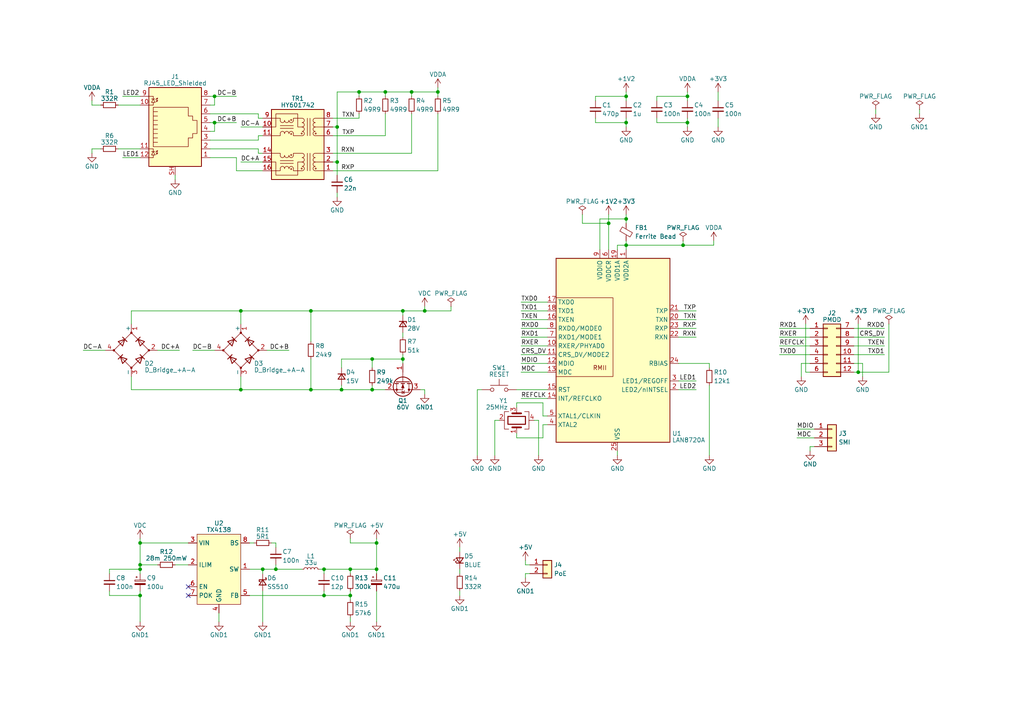
<source format=kicad_sch>
(kicad_sch (version 20211123) (generator eeschema)

  (uuid 899d320b-b9d1-4d02-a791-e25f36895c80)

  (paper "A4")

  

  (junction (at 101.6 172.72) (diameter 0) (color 0 0 0 0)
    (uuid 0c01ccb2-fc4e-4752-8470-11e978cbc851)
  )
  (junction (at 40.64 163.83) (diameter 0) (color 0 0 0 0)
    (uuid 133448d6-c7ea-4e86-b45a-eb8d8b979d88)
  )
  (junction (at 181.61 35.56) (diameter 0) (color 0 0 0 0)
    (uuid 15894ab1-bd4d-4f61-a70d-bf72d5187cba)
  )
  (junction (at 181.61 63.5) (diameter 0) (color 0 0 0 0)
    (uuid 19410180-5644-4d72-b245-709f4a7a2a14)
  )
  (junction (at 119.38 26.67) (diameter 0) (color 0 0 0 0)
    (uuid 1b818b97-e308-4a58-8887-ef58f0a845a5)
  )
  (junction (at 181.61 71.12) (diameter 0) (color 0 0 0 0)
    (uuid 1c20785e-fb04-4dd3-9929-0c4bb762d951)
  )
  (junction (at 101.6 165.1) (diameter 0) (color 0 0 0 0)
    (uuid 217828e5-b538-41e4-9eb1-2d77546b779f)
  )
  (junction (at 90.17 113.03) (diameter 0) (color 0 0 0 0)
    (uuid 31fdd378-8fc1-4e5d-94c1-4c2429fff249)
  )
  (junction (at 62.23 35.56) (diameter 0) (color 0 0 0 0)
    (uuid 382f61a6-0cea-4ce3-a28e-0d6f41877b7d)
  )
  (junction (at 40.64 172.72) (diameter 0) (color 0 0 0 0)
    (uuid 38f32567-1fbd-4049-b690-1d4d88c8aac1)
  )
  (junction (at 69.85 90.17) (diameter 0) (color 0 0 0 0)
    (uuid 3b3b3b07-fdbe-4531-bba5-398f6b510699)
  )
  (junction (at 99.06 113.03) (diameter 0) (color 0 0 0 0)
    (uuid 3f8fbac5-7242-486f-a203-65541bed7d9d)
  )
  (junction (at 107.95 113.03) (diameter 0) (color 0 0 0 0)
    (uuid 58323567-fd84-41ae-81bf-72430a5a4b55)
  )
  (junction (at 199.39 27.94) (diameter 0) (color 0 0 0 0)
    (uuid 59427b98-753f-4ae5-b77c-87bd0367c9dd)
  )
  (junction (at 127 26.67) (diameter 0) (color 0 0 0 0)
    (uuid 59ff3b6e-b6cc-4d83-92d2-1c2cf7cd8b0a)
  )
  (junction (at 97.79 36.83) (diameter 0) (color 0 0 0 0)
    (uuid 60874b2c-abd3-4271-b80a-1abb34788742)
  )
  (junction (at 176.53 64.77) (diameter 0) (color 0 0 0 0)
    (uuid 6e8191cc-e243-4ab8-9ae2-f95637d40f35)
  )
  (junction (at 111.76 26.67) (diameter 0) (color 0 0 0 0)
    (uuid 727da737-c554-4f7e-bde2-b01ece6c052c)
  )
  (junction (at 198.12 71.12) (diameter 0) (color 0 0 0 0)
    (uuid 81940007-9579-40b3-beb6-23c029511b73)
  )
  (junction (at 199.39 35.56) (diameter 0) (color 0 0 0 0)
    (uuid 860c73b4-6a94-4e66-acbc-b6900b4d1d95)
  )
  (junction (at 107.95 104.14) (diameter 0) (color 0 0 0 0)
    (uuid 8872c9ab-4021-4bfd-82c4-ec2af1be244d)
  )
  (junction (at 93.98 165.1) (diameter 0) (color 0 0 0 0)
    (uuid 8947eae7-36c8-4f7a-ac20-a4b8a071b487)
  )
  (junction (at 69.85 113.03) (diameter 0) (color 0 0 0 0)
    (uuid 8b18c1ec-eba5-44b9-a0c4-38b8a3b19480)
  )
  (junction (at 80.01 165.1) (diameter 0) (color 0 0 0 0)
    (uuid a8ef8763-e9a9-4dd8-8d2e-96973f3caca6)
  )
  (junction (at 109.22 157.48) (diameter 0) (color 0 0 0 0)
    (uuid b0e60ca9-3ecd-4204-b460-bc1d8277ace0)
  )
  (junction (at 123.19 90.17) (diameter 0) (color 0 0 0 0)
    (uuid bb8e4bc2-869e-43d5-9045-db5cd36888ba)
  )
  (junction (at 62.23 27.94) (diameter 0) (color 0 0 0 0)
    (uuid bd83f67d-58bc-4e83-8c8b-b81d3765a5ec)
  )
  (junction (at 93.98 172.72) (diameter 0) (color 0 0 0 0)
    (uuid beac2481-2ff0-40da-b497-237f108faeea)
  )
  (junction (at 104.14 26.67) (diameter 0) (color 0 0 0 0)
    (uuid cdaf9bd9-8074-4d73-81e7-38c8ec0604c1)
  )
  (junction (at 116.84 90.17) (diameter 0) (color 0 0 0 0)
    (uuid cdffe44e-d08b-4e5d-bf62-ab9cd69cfe02)
  )
  (junction (at 109.22 165.1) (diameter 0) (color 0 0 0 0)
    (uuid d545be2d-9010-417c-9de2-3683e3257a95)
  )
  (junction (at 248.92 107.95) (diameter 0) (color 0 0 0 0)
    (uuid da006413-aeba-467a-828c-9bf01f408bc3)
  )
  (junction (at 181.61 27.94) (diameter 0) (color 0 0 0 0)
    (uuid dc05f25d-ddca-4b4f-b8eb-8377228dad54)
  )
  (junction (at 40.64 165.1) (diameter 0) (color 0 0 0 0)
    (uuid e42967d3-b045-42ac-8785-7417bc8c87e0)
  )
  (junction (at 90.17 90.17) (diameter 0) (color 0 0 0 0)
    (uuid e8524ec3-df16-46f3-ba1c-0fb25e3fb427)
  )
  (junction (at 40.64 157.48) (diameter 0) (color 0 0 0 0)
    (uuid ef32e201-8935-4270-a2a3-980e6676b023)
  )
  (junction (at 76.2 165.1) (diameter 0) (color 0 0 0 0)
    (uuid f09a9eb4-e930-4a1a-b80b-1c473567ef5c)
  )
  (junction (at 97.79 46.99) (diameter 0) (color 0 0 0 0)
    (uuid f2504780-b755-47f6-ae27-ada30d54441a)
  )
  (junction (at 116.84 104.14) (diameter 0) (color 0 0 0 0)
    (uuid fcd80a05-428d-432b-bb79-0373e8d03764)
  )

  (no_connect (at 54.61 172.72) (uuid 7bb274a4-6be2-4e7e-be3c-b481a1d61326))
  (no_connect (at 54.61 170.18) (uuid 7bb274a4-6be2-4e7e-be3c-b481a1d61327))

  (wire (pts (xy 60.96 45.72) (xy 68.58 45.72))
    (stroke (width 0) (type default) (color 0 0 0 0))
    (uuid 01ab6ba5-1473-4dc8-b38e-fad2e037a662)
  )
  (wire (pts (xy 127 26.67) (xy 127 27.94))
    (stroke (width 0) (type default) (color 0 0 0 0))
    (uuid 02cae3ef-920d-4169-a693-c765eef1e6ff)
  )
  (wire (pts (xy 236.22 129.54) (xy 234.95 129.54))
    (stroke (width 0) (type default) (color 0 0 0 0))
    (uuid 02cf2e7b-9ec9-4695-ae36-4a51936c6cfe)
  )
  (wire (pts (xy 40.64 171.45) (xy 40.64 172.72))
    (stroke (width 0) (type default) (color 0 0 0 0))
    (uuid 0422de0f-2bb4-4184-8893-b116265d3809)
  )
  (wire (pts (xy 68.58 45.72) (xy 68.58 49.53))
    (stroke (width 0) (type default) (color 0 0 0 0))
    (uuid 057143b4-1c08-4f7b-8943-0d394b452d52)
  )
  (wire (pts (xy 74.93 44.45) (xy 76.2 44.45))
    (stroke (width 0) (type default) (color 0 0 0 0))
    (uuid 05b11872-1724-4d6d-a5c7-6ccb58bd181f)
  )
  (wire (pts (xy 24.13 101.6) (xy 30.48 101.6))
    (stroke (width 0) (type default) (color 0 0 0 0))
    (uuid 0681afff-2588-4806-b08e-36d9290ccb04)
  )
  (wire (pts (xy 101.6 172.72) (xy 101.6 173.99))
    (stroke (width 0) (type default) (color 0 0 0 0))
    (uuid 06c13c32-a27f-451f-b402-b59b54fcc1ab)
  )
  (wire (pts (xy 45.72 101.6) (xy 52.07 101.6))
    (stroke (width 0) (type default) (color 0 0 0 0))
    (uuid 0816fed0-a50f-450a-b823-0eb8c2f46e79)
  )
  (wire (pts (xy 143.51 121.92) (xy 143.51 132.08))
    (stroke (width 0) (type default) (color 0 0 0 0))
    (uuid 0a6dc3b3-db43-4dad-8812-ca9e0da05157)
  )
  (wire (pts (xy 119.38 26.67) (xy 127 26.67))
    (stroke (width 0) (type default) (color 0 0 0 0))
    (uuid 0b1c64c5-cf2f-4770-b28b-8cff392f5d21)
  )
  (wire (pts (xy 116.84 96.52) (xy 116.84 97.79))
    (stroke (width 0) (type default) (color 0 0 0 0))
    (uuid 0bfc1201-6df4-474f-84dd-8896b65351d3)
  )
  (wire (pts (xy 133.35 165.1) (xy 133.35 166.37))
    (stroke (width 0) (type default) (color 0 0 0 0))
    (uuid 0d77c0e1-b93c-4782-90c8-f4effa29bbe8)
  )
  (wire (pts (xy 63.5 177.8) (xy 63.5 180.34))
    (stroke (width 0) (type default) (color 0 0 0 0))
    (uuid 0e6dc00b-7780-4404-ae1c-315fd46a5852)
  )
  (wire (pts (xy 26.67 43.18) (xy 29.21 43.18))
    (stroke (width 0) (type default) (color 0 0 0 0))
    (uuid 0f496031-2ff0-49c7-8dd9-cd2f6e57a378)
  )
  (wire (pts (xy 96.52 39.37) (xy 111.76 39.37))
    (stroke (width 0) (type default) (color 0 0 0 0))
    (uuid 10189dcf-d05e-4b70-93c3-1ae0d910f2ed)
  )
  (wire (pts (xy 31.75 166.37) (xy 31.75 165.1))
    (stroke (width 0) (type default) (color 0 0 0 0))
    (uuid 10712a08-77c8-4df7-995b-90e71af6b177)
  )
  (wire (pts (xy 104.14 27.94) (xy 104.14 26.67))
    (stroke (width 0) (type default) (color 0 0 0 0))
    (uuid 1164db46-2f8d-4055-8e0d-f3e8b5270fc4)
  )
  (wire (pts (xy 149.86 113.03) (xy 158.75 113.03))
    (stroke (width 0) (type default) (color 0 0 0 0))
    (uuid 136affd8-a4fc-4698-b84a-3c562da5ae2f)
  )
  (wire (pts (xy 97.79 26.67) (xy 97.79 36.83))
    (stroke (width 0) (type default) (color 0 0 0 0))
    (uuid 168f5ae0-e7b6-44b4-a085-d2891d184c72)
  )
  (wire (pts (xy 233.68 107.95) (xy 234.95 107.95))
    (stroke (width 0) (type default) (color 0 0 0 0))
    (uuid 16b81d1d-3ff8-4479-9ef4-8d25d7c73d6e)
  )
  (wire (pts (xy 190.5 27.94) (xy 199.39 27.94))
    (stroke (width 0) (type default) (color 0 0 0 0))
    (uuid 1a1f12fa-dab7-422e-8750-28a76d20d60b)
  )
  (wire (pts (xy 90.17 113.03) (xy 99.06 113.03))
    (stroke (width 0) (type default) (color 0 0 0 0))
    (uuid 1b683a0f-453e-41f3-a208-39dbdc81b62f)
  )
  (wire (pts (xy 130.81 88.9) (xy 130.81 90.17))
    (stroke (width 0) (type default) (color 0 0 0 0))
    (uuid 1c289712-ba8e-44bf-a517-d059bd770989)
  )
  (wire (pts (xy 179.07 72.39) (xy 179.07 71.12))
    (stroke (width 0) (type default) (color 0 0 0 0))
    (uuid 1d272ae1-868b-4f38-b42c-efa0964726d0)
  )
  (wire (pts (xy 199.39 34.29) (xy 199.39 35.56))
    (stroke (width 0) (type default) (color 0 0 0 0))
    (uuid 1d7180ba-e42d-462e-8b4a-8394f0521c37)
  )
  (wire (pts (xy 151.13 90.17) (xy 158.75 90.17))
    (stroke (width 0) (type default) (color 0 0 0 0))
    (uuid 1e627a5f-e264-4146-ac3a-36be1023e7ef)
  )
  (wire (pts (xy 101.6 165.1) (xy 101.6 166.37))
    (stroke (width 0) (type default) (color 0 0 0 0))
    (uuid 1f0b9ac0-2411-43cf-ab94-035a58379518)
  )
  (wire (pts (xy 173.99 63.5) (xy 181.61 63.5))
    (stroke (width 0) (type default) (color 0 0 0 0))
    (uuid 206b9ccc-a90b-4753-8e99-af8db5fc469b)
  )
  (wire (pts (xy 247.65 100.33) (xy 256.54 100.33))
    (stroke (width 0) (type default) (color 0 0 0 0))
    (uuid 22158654-5324-4540-9d57-bb3f58e50410)
  )
  (wire (pts (xy 38.1 109.22) (xy 38.1 113.03))
    (stroke (width 0) (type default) (color 0 0 0 0))
    (uuid 22c9dd39-cfcd-49e7-983f-9bcf703099bb)
  )
  (wire (pts (xy 76.2 165.1) (xy 80.01 165.1))
    (stroke (width 0) (type default) (color 0 0 0 0))
    (uuid 22efcb67-9ea4-432c-8c4e-95cc61b1c302)
  )
  (wire (pts (xy 248.92 107.95) (xy 247.65 107.95))
    (stroke (width 0) (type default) (color 0 0 0 0))
    (uuid 24d4d041-09f7-4e5f-804d-f8929ed4cbe0)
  )
  (wire (pts (xy 60.96 38.1) (xy 62.23 38.1))
    (stroke (width 0) (type default) (color 0 0 0 0))
    (uuid 273fade3-418e-43b8-be0f-da8fc389b15c)
  )
  (wire (pts (xy 154.94 121.92) (xy 156.21 121.92))
    (stroke (width 0) (type default) (color 0 0 0 0))
    (uuid 29ee52f4-00d2-4fd9-a8af-40f15258b38d)
  )
  (wire (pts (xy 151.13 107.95) (xy 158.75 107.95))
    (stroke (width 0) (type default) (color 0 0 0 0))
    (uuid 2b84a3ab-6449-438c-b016-fbe892a179ff)
  )
  (wire (pts (xy 208.28 26.67) (xy 208.28 29.21))
    (stroke (width 0) (type default) (color 0 0 0 0))
    (uuid 2b9e9baf-afa5-488e-953d-3ac0255f62ec)
  )
  (wire (pts (xy 190.5 35.56) (xy 199.39 35.56))
    (stroke (width 0) (type default) (color 0 0 0 0))
    (uuid 2ccfcf0b-4497-4548-80e7-65c3328a374e)
  )
  (wire (pts (xy 76.2 165.1) (xy 76.2 166.37))
    (stroke (width 0) (type default) (color 0 0 0 0))
    (uuid 2cd190db-856f-4d7e-840a-a2ad0075fade)
  )
  (wire (pts (xy 152.4 167.64) (xy 152.4 166.37))
    (stroke (width 0) (type default) (color 0 0 0 0))
    (uuid 2dbe963a-ec29-4d81-bc13-80756b83df52)
  )
  (wire (pts (xy 69.85 113.03) (xy 90.17 113.03))
    (stroke (width 0) (type default) (color 0 0 0 0))
    (uuid 2eddaf47-67d6-41a2-a305-6899972e14e8)
  )
  (wire (pts (xy 38.1 113.03) (xy 69.85 113.03))
    (stroke (width 0) (type default) (color 0 0 0 0))
    (uuid 31ce759c-3900-4151-8ed8-b3018b5e05fb)
  )
  (wire (pts (xy 101.6 156.21) (xy 101.6 157.48))
    (stroke (width 0) (type default) (color 0 0 0 0))
    (uuid 32195fdc-3659-454c-ba14-61185d21a8dc)
  )
  (wire (pts (xy 104.14 34.29) (xy 104.14 33.02))
    (stroke (width 0) (type default) (color 0 0 0 0))
    (uuid 32c71118-7c96-4fba-bd2b-5a93e2043314)
  )
  (wire (pts (xy 196.85 92.71) (xy 201.93 92.71))
    (stroke (width 0) (type default) (color 0 0 0 0))
    (uuid 32c71af0-784a-42e3-817e-4f9fb371f4b5)
  )
  (wire (pts (xy 205.74 105.41) (xy 205.74 106.68))
    (stroke (width 0) (type default) (color 0 0 0 0))
    (uuid 332f5a6c-b81b-48cd-b634-58908c9905e0)
  )
  (wire (pts (xy 176.53 64.77) (xy 176.53 72.39))
    (stroke (width 0) (type default) (color 0 0 0 0))
    (uuid 35589388-dfa8-4895-a448-2bf968e65b78)
  )
  (wire (pts (xy 40.64 163.83) (xy 45.72 163.83))
    (stroke (width 0) (type default) (color 0 0 0 0))
    (uuid 358c55b2-2bf5-496e-b337-6d1f31bcfe12)
  )
  (wire (pts (xy 149.86 125.73) (xy 149.86 127))
    (stroke (width 0) (type default) (color 0 0 0 0))
    (uuid 35effd3d-a409-4610-9020-69db229b7f99)
  )
  (wire (pts (xy 248.92 93.98) (xy 248.92 107.95))
    (stroke (width 0) (type default) (color 0 0 0 0))
    (uuid 3859ac57-9fe0-4852-9248-bd36024bbbb8)
  )
  (wire (pts (xy 35.56 27.94) (xy 40.64 27.94))
    (stroke (width 0) (type default) (color 0 0 0 0))
    (uuid 38f51f2d-b146-44c9-a702-0b74931051d1)
  )
  (wire (pts (xy 226.06 102.87) (xy 234.95 102.87))
    (stroke (width 0) (type default) (color 0 0 0 0))
    (uuid 39a9b8b9-764c-4af0-bcaa-380f94b129d5)
  )
  (wire (pts (xy 55.88 101.6) (xy 62.23 101.6))
    (stroke (width 0) (type default) (color 0 0 0 0))
    (uuid 3da890cc-9292-41fe-9081-e8cf6d3aebb8)
  )
  (wire (pts (xy 198.12 71.12) (xy 181.61 71.12))
    (stroke (width 0) (type default) (color 0 0 0 0))
    (uuid 3deb49cc-f214-43f5-acf4-523d01597e01)
  )
  (wire (pts (xy 107.95 111.76) (xy 107.95 113.03))
    (stroke (width 0) (type default) (color 0 0 0 0))
    (uuid 3e0c254c-eb0c-4d3d-a3a7-06ca67b30234)
  )
  (wire (pts (xy 190.5 29.21) (xy 190.5 27.94))
    (stroke (width 0) (type default) (color 0 0 0 0))
    (uuid 3f1e1c20-8e3f-4178-b8d4-7fb769ebe280)
  )
  (wire (pts (xy 72.39 172.72) (xy 93.98 172.72))
    (stroke (width 0) (type default) (color 0 0 0 0))
    (uuid 4112e398-d70d-42a5-8206-37082a416b4b)
  )
  (wire (pts (xy 196.85 97.79) (xy 201.93 97.79))
    (stroke (width 0) (type default) (color 0 0 0 0))
    (uuid 4172b177-64f0-4bc3-bdfe-15c25261f8f3)
  )
  (wire (pts (xy 233.68 93.98) (xy 233.68 107.95))
    (stroke (width 0) (type default) (color 0 0 0 0))
    (uuid 43ffd6ea-a3cb-448b-98a5-d18e026119d7)
  )
  (wire (pts (xy 181.61 34.29) (xy 181.61 35.56))
    (stroke (width 0) (type default) (color 0 0 0 0))
    (uuid 4444a521-ac0e-4b22-af15-acd7fa8bc620)
  )
  (wire (pts (xy 104.14 26.67) (xy 97.79 26.67))
    (stroke (width 0) (type default) (color 0 0 0 0))
    (uuid 4488a476-d062-4205-94ba-e8cc3ad0fa82)
  )
  (wire (pts (xy 179.07 130.81) (xy 179.07 132.08))
    (stroke (width 0) (type default) (color 0 0 0 0))
    (uuid 46050d7b-78ea-4424-9e71-87e437da3acb)
  )
  (wire (pts (xy 196.85 90.17) (xy 201.93 90.17))
    (stroke (width 0) (type default) (color 0 0 0 0))
    (uuid 46713112-58dc-4b5d-b49d-812755b5097d)
  )
  (wire (pts (xy 38.1 90.17) (xy 38.1 93.98))
    (stroke (width 0) (type default) (color 0 0 0 0))
    (uuid 47870c19-cd80-4a86-a345-679b0af37307)
  )
  (wire (pts (xy 133.35 158.75) (xy 133.35 160.02))
    (stroke (width 0) (type default) (color 0 0 0 0))
    (uuid 47fe13ad-9327-4a2e-912e-c57923d3617b)
  )
  (wire (pts (xy 156.21 121.92) (xy 156.21 132.08))
    (stroke (width 0) (type default) (color 0 0 0 0))
    (uuid 4839c349-d3f4-4468-8f74-b0acde8925be)
  )
  (wire (pts (xy 96.52 36.83) (xy 97.79 36.83))
    (stroke (width 0) (type default) (color 0 0 0 0))
    (uuid 49443947-6819-478c-ad40-3c46cf4ed8da)
  )
  (wire (pts (xy 26.67 29.21) (xy 26.67 30.48))
    (stroke (width 0) (type default) (color 0 0 0 0))
    (uuid 4970a58b-27d4-4cd5-93dd-b4e1285cf509)
  )
  (wire (pts (xy 158.75 123.19) (xy 157.48 123.19))
    (stroke (width 0) (type default) (color 0 0 0 0))
    (uuid 49d156ae-1230-4d87-a4d0-e460c01b2221)
  )
  (wire (pts (xy 123.19 88.9) (xy 123.19 90.17))
    (stroke (width 0) (type default) (color 0 0 0 0))
    (uuid 4a41f913-5024-4fd1-b56c-4b02cec9ed86)
  )
  (wire (pts (xy 40.64 157.48) (xy 54.61 157.48))
    (stroke (width 0) (type default) (color 0 0 0 0))
    (uuid 4d5d2f66-2c87-49c9-984b-567cbf582ead)
  )
  (wire (pts (xy 127 25.4) (xy 127 26.67))
    (stroke (width 0) (type default) (color 0 0 0 0))
    (uuid 4db9f575-b56f-4e6c-b602-97fafc4760c5)
  )
  (wire (pts (xy 157.48 120.65) (xy 157.48 116.84))
    (stroke (width 0) (type default) (color 0 0 0 0))
    (uuid 4f6ccc58-67a8-42e0-a5c9-310f1e725edc)
  )
  (wire (pts (xy 90.17 113.03) (xy 90.17 104.14))
    (stroke (width 0) (type default) (color 0 0 0 0))
    (uuid 4fa04e6a-3614-4887-9848-1521a47318b0)
  )
  (wire (pts (xy 97.79 46.99) (xy 97.79 50.8))
    (stroke (width 0) (type default) (color 0 0 0 0))
    (uuid 50b9d51c-f87d-424c-a326-af269137982e)
  )
  (wire (pts (xy 69.85 36.83) (xy 76.2 36.83))
    (stroke (width 0) (type default) (color 0 0 0 0))
    (uuid 50ddc7c4-fb41-414d-acee-60d7fb4ee597)
  )
  (wire (pts (xy 172.72 35.56) (xy 181.61 35.56))
    (stroke (width 0) (type default) (color 0 0 0 0))
    (uuid 52420868-7bcc-4e8c-8fec-e4e270833b31)
  )
  (wire (pts (xy 181.61 71.12) (xy 181.61 72.39))
    (stroke (width 0) (type default) (color 0 0 0 0))
    (uuid 53f41b5a-fb6d-4313-9572-ac0337715b25)
  )
  (wire (pts (xy 74.93 34.29) (xy 76.2 34.29))
    (stroke (width 0) (type default) (color 0 0 0 0))
    (uuid 54c2ad30-4921-493c-80d8-99b2c76abba6)
  )
  (wire (pts (xy 266.7 31.75) (xy 266.7 33.02))
    (stroke (width 0) (type default) (color 0 0 0 0))
    (uuid 5604f0bc-df9b-427d-abd2-761c261a4377)
  )
  (wire (pts (xy 176.53 62.23) (xy 176.53 64.77))
    (stroke (width 0) (type default) (color 0 0 0 0))
    (uuid 56b58c4b-ed8b-4ded-aefd-f24ea5ed0a86)
  )
  (wire (pts (xy 116.84 104.14) (xy 116.84 102.87))
    (stroke (width 0) (type default) (color 0 0 0 0))
    (uuid 5817b3e4-1f7f-4370-b7b2-a315c7b28efd)
  )
  (wire (pts (xy 133.35 171.45) (xy 133.35 172.72))
    (stroke (width 0) (type default) (color 0 0 0 0))
    (uuid 586cec7e-ced7-42e8-b9b1-0d72c6f00c7e)
  )
  (wire (pts (xy 60.96 35.56) (xy 62.23 35.56))
    (stroke (width 0) (type default) (color 0 0 0 0))
    (uuid 58855dbc-160d-473a-87e2-b1bd61127efc)
  )
  (wire (pts (xy 151.13 100.33) (xy 158.75 100.33))
    (stroke (width 0) (type default) (color 0 0 0 0))
    (uuid 59f24b45-2827-4e14-8e2c-a79fa16a8875)
  )
  (wire (pts (xy 123.19 90.17) (xy 116.84 90.17))
    (stroke (width 0) (type default) (color 0 0 0 0))
    (uuid 5b64e516-94ec-4659-8ad7-348568eada22)
  )
  (wire (pts (xy 257.81 107.95) (xy 248.92 107.95))
    (stroke (width 0) (type default) (color 0 0 0 0))
    (uuid 5b7a5cdd-0c42-4a63-a66c-fca56a054a68)
  )
  (wire (pts (xy 116.84 104.14) (xy 116.84 105.41))
    (stroke (width 0) (type default) (color 0 0 0 0))
    (uuid 5bed8d16-24ff-43eb-b69e-f37f705f021d)
  )
  (wire (pts (xy 68.58 49.53) (xy 76.2 49.53))
    (stroke (width 0) (type default) (color 0 0 0 0))
    (uuid 5c6764de-d891-400e-b17d-ce4d68a62572)
  )
  (wire (pts (xy 158.75 120.65) (xy 157.48 120.65))
    (stroke (width 0) (type default) (color 0 0 0 0))
    (uuid 5ce89f37-48dd-495f-857e-97b778aff7f0)
  )
  (wire (pts (xy 104.14 26.67) (xy 111.76 26.67))
    (stroke (width 0) (type default) (color 0 0 0 0))
    (uuid 5f6ee1d4-676c-4e0e-8efe-2ebb0653117d)
  )
  (wire (pts (xy 123.19 90.17) (xy 130.81 90.17))
    (stroke (width 0) (type default) (color 0 0 0 0))
    (uuid 6027e141-d68d-41d7-844d-c7edde9d1b5c)
  )
  (wire (pts (xy 93.98 172.72) (xy 101.6 172.72))
    (stroke (width 0) (type default) (color 0 0 0 0))
    (uuid 60c67174-4eb8-43b4-9839-08c3f184cd9d)
  )
  (wire (pts (xy 31.75 171.45) (xy 31.75 172.72))
    (stroke (width 0) (type default) (color 0 0 0 0))
    (uuid 6101c821-56c8-4d98-a5b8-3e2d233fb9ee)
  )
  (wire (pts (xy 226.06 95.25) (xy 234.95 95.25))
    (stroke (width 0) (type default) (color 0 0 0 0))
    (uuid 628ba343-45d8-4114-b789-1fedb3a7f7b8)
  )
  (wire (pts (xy 151.13 105.41) (xy 158.75 105.41))
    (stroke (width 0) (type default) (color 0 0 0 0))
    (uuid 639e134b-061f-4088-a86b-159ba979c9a4)
  )
  (wire (pts (xy 99.06 104.14) (xy 107.95 104.14))
    (stroke (width 0) (type default) (color 0 0 0 0))
    (uuid 63c494bd-1e9d-47d4-8661-757d8fce81af)
  )
  (wire (pts (xy 111.76 39.37) (xy 111.76 33.02))
    (stroke (width 0) (type default) (color 0 0 0 0))
    (uuid 662836da-a72e-4cb2-ad3e-bed46b4cd5ad)
  )
  (wire (pts (xy 168.91 62.23) (xy 168.91 64.77))
    (stroke (width 0) (type default) (color 0 0 0 0))
    (uuid 66ec1dc1-1b33-4770-9260-44669b3cce42)
  )
  (wire (pts (xy 196.85 113.03) (xy 201.93 113.03))
    (stroke (width 0) (type default) (color 0 0 0 0))
    (uuid 674a288b-afaa-435d-a47b-e46940f4de48)
  )
  (wire (pts (xy 35.56 45.72) (xy 40.64 45.72))
    (stroke (width 0) (type default) (color 0 0 0 0))
    (uuid 6b11212c-fe12-445e-b5ad-5b18bc8370f7)
  )
  (wire (pts (xy 247.65 95.25) (xy 256.54 95.25))
    (stroke (width 0) (type default) (color 0 0 0 0))
    (uuid 6be792a2-a980-45d0-b668-8c22d3f5b36b)
  )
  (wire (pts (xy 101.6 171.45) (xy 101.6 172.72))
    (stroke (width 0) (type default) (color 0 0 0 0))
    (uuid 6ea85d43-ec0a-41e6-9e11-6ab6f1eb11f9)
  )
  (wire (pts (xy 205.74 111.76) (xy 205.74 132.08))
    (stroke (width 0) (type default) (color 0 0 0 0))
    (uuid 6ee44176-b671-474a-b902-cb79f00b63b2)
  )
  (wire (pts (xy 109.22 157.48) (xy 109.22 165.1))
    (stroke (width 0) (type default) (color 0 0 0 0))
    (uuid 70658158-13fe-4219-a6ca-4ee68fe06219)
  )
  (wire (pts (xy 26.67 44.45) (xy 26.67 43.18))
    (stroke (width 0) (type default) (color 0 0 0 0))
    (uuid 71c8c057-5172-40da-a498-ef22b4f7f110)
  )
  (wire (pts (xy 116.84 90.17) (xy 116.84 91.44))
    (stroke (width 0) (type default) (color 0 0 0 0))
    (uuid 72992a46-cd40-4ead-8b1c-d67415fff3b1)
  )
  (wire (pts (xy 152.4 166.37) (xy 153.67 166.37))
    (stroke (width 0) (type default) (color 0 0 0 0))
    (uuid 7332e484-b28a-4f6a-85b1-ed0a5916bb41)
  )
  (wire (pts (xy 69.85 90.17) (xy 90.17 90.17))
    (stroke (width 0) (type default) (color 0 0 0 0))
    (uuid 776421db-7df1-40c7-9ca8-a0e2f1ca0a27)
  )
  (wire (pts (xy 62.23 38.1) (xy 62.23 35.56))
    (stroke (width 0) (type default) (color 0 0 0 0))
    (uuid 79ea482a-2804-479c-b2c3-1ffc3d14f26b)
  )
  (wire (pts (xy 198.12 69.85) (xy 198.12 71.12))
    (stroke (width 0) (type default) (color 0 0 0 0))
    (uuid 7d0c321d-7728-4f1f-b20a-05fef6f69425)
  )
  (wire (pts (xy 96.52 46.99) (xy 97.79 46.99))
    (stroke (width 0) (type default) (color 0 0 0 0))
    (uuid 7f471254-0418-428d-ad54-95bb95d8e935)
  )
  (wire (pts (xy 149.86 116.84) (xy 149.86 118.11))
    (stroke (width 0) (type default) (color 0 0 0 0))
    (uuid 80a4c1fc-078c-4156-bcac-defe8b2d4b2c)
  )
  (wire (pts (xy 80.01 163.83) (xy 80.01 165.1))
    (stroke (width 0) (type default) (color 0 0 0 0))
    (uuid 817a8c69-7e80-4851-823e-ed726b848dc0)
  )
  (wire (pts (xy 60.96 30.48) (xy 62.23 30.48))
    (stroke (width 0) (type default) (color 0 0 0 0))
    (uuid 82b7a357-e2fc-4392-b04c-e8ba2fa90dc5)
  )
  (wire (pts (xy 101.6 179.07) (xy 101.6 180.34))
    (stroke (width 0) (type default) (color 0 0 0 0))
    (uuid 83c5ec07-d7c7-4150-97ef-a08b3008cd9a)
  )
  (wire (pts (xy 69.85 109.22) (xy 69.85 113.03))
    (stroke (width 0) (type default) (color 0 0 0 0))
    (uuid 84983548-1de8-4b83-afc3-1a4a1a5d932b)
  )
  (wire (pts (xy 93.98 165.1) (xy 101.6 165.1))
    (stroke (width 0) (type default) (color 0 0 0 0))
    (uuid 857899e0-eb45-4379-ad16-f2a7b0e10b39)
  )
  (wire (pts (xy 196.85 95.25) (xy 201.93 95.25))
    (stroke (width 0) (type default) (color 0 0 0 0))
    (uuid 869b9ee4-7658-44ad-be98-c0fd14691621)
  )
  (wire (pts (xy 50.8 50.8) (xy 50.8 52.07))
    (stroke (width 0) (type default) (color 0 0 0 0))
    (uuid 8799b2db-f2f6-4edb-8854-b8b3adc369b1)
  )
  (wire (pts (xy 26.67 30.48) (xy 29.21 30.48))
    (stroke (width 0) (type default) (color 0 0 0 0))
    (uuid 8818d864-4828-41c9-b288-b82a1413805e)
  )
  (wire (pts (xy 62.23 30.48) (xy 62.23 27.94))
    (stroke (width 0) (type default) (color 0 0 0 0))
    (uuid 88bed0c3-2fdd-4082-bd7f-7c9c2b754109)
  )
  (wire (pts (xy 60.96 43.18) (xy 74.93 43.18))
    (stroke (width 0) (type default) (color 0 0 0 0))
    (uuid 89aebcc8-99d7-4f6e-854c-a4af3477e1af)
  )
  (wire (pts (xy 196.85 105.41) (xy 205.74 105.41))
    (stroke (width 0) (type default) (color 0 0 0 0))
    (uuid 8c4ed844-7dcd-4203-8e6f-90ae1a1f80ce)
  )
  (wire (pts (xy 172.72 27.94) (xy 181.61 27.94))
    (stroke (width 0) (type default) (color 0 0 0 0))
    (uuid 8d0705ec-32fa-42cd-9ad3-3ca1ae994918)
  )
  (wire (pts (xy 199.39 26.67) (xy 199.39 27.94))
    (stroke (width 0) (type default) (color 0 0 0 0))
    (uuid 8dea701b-dd5e-47be-8812-ecef09e0d9ae)
  )
  (wire (pts (xy 40.64 165.1) (xy 40.64 163.83))
    (stroke (width 0) (type default) (color 0 0 0 0))
    (uuid 8e4a27fe-81be-403c-acef-149a18eb1cd1)
  )
  (wire (pts (xy 232.41 105.41) (xy 232.41 109.22))
    (stroke (width 0) (type default) (color 0 0 0 0))
    (uuid 8f3a3e06-98ff-4ae7-8b16-491b49b70c80)
  )
  (wire (pts (xy 181.61 27.94) (xy 181.61 29.21))
    (stroke (width 0) (type default) (color 0 0 0 0))
    (uuid 9562995c-b680-40b3-bf6a-8150b678dd85)
  )
  (wire (pts (xy 111.76 26.67) (xy 111.76 27.94))
    (stroke (width 0) (type default) (color 0 0 0 0))
    (uuid 95d5f247-0bb1-4a9d-ba0b-e4ad715e26f4)
  )
  (wire (pts (xy 181.61 69.85) (xy 181.61 71.12))
    (stroke (width 0) (type default) (color 0 0 0 0))
    (uuid 9722313a-ad7d-4f9f-8f37-ea57be7e0d8b)
  )
  (wire (pts (xy 50.8 163.83) (xy 54.61 163.83))
    (stroke (width 0) (type default) (color 0 0 0 0))
    (uuid 99b29df8-070f-4122-8808-fdf4690480aa)
  )
  (wire (pts (xy 208.28 34.29) (xy 208.28 36.83))
    (stroke (width 0) (type default) (color 0 0 0 0))
    (uuid 9a7ab643-5e73-42db-b36e-25927acbf942)
  )
  (wire (pts (xy 181.61 63.5) (xy 181.61 64.77))
    (stroke (width 0) (type default) (color 0 0 0 0))
    (uuid 9b5d8cea-89c1-4eea-8231-7068ec144a28)
  )
  (wire (pts (xy 90.17 99.06) (xy 90.17 90.17))
    (stroke (width 0) (type default) (color 0 0 0 0))
    (uuid 9b7d259e-e079-4076-8348-02053d8d650c)
  )
  (wire (pts (xy 109.22 171.45) (xy 109.22 180.34))
    (stroke (width 0) (type default) (color 0 0 0 0))
    (uuid 9d68d3e2-bd80-48df-872b-cacbe0468775)
  )
  (wire (pts (xy 107.95 104.14) (xy 116.84 104.14))
    (stroke (width 0) (type default) (color 0 0 0 0))
    (uuid 9ec41179-571d-4334-8a87-e13ed0903b29)
  )
  (wire (pts (xy 151.13 115.57) (xy 158.75 115.57))
    (stroke (width 0) (type default) (color 0 0 0 0))
    (uuid 9f317b9d-af33-4b83-99c0-45b097664740)
  )
  (wire (pts (xy 80.01 157.48) (xy 80.01 158.75))
    (stroke (width 0) (type default) (color 0 0 0 0))
    (uuid 9fbcacf4-33b9-47a7-880c-f913af13d213)
  )
  (wire (pts (xy 80.01 165.1) (xy 87.63 165.1))
    (stroke (width 0) (type default) (color 0 0 0 0))
    (uuid a082856d-e927-4028-9e81-04ad63c4dea3)
  )
  (wire (pts (xy 234.95 105.41) (xy 232.41 105.41))
    (stroke (width 0) (type default) (color 0 0 0 0))
    (uuid a1ec949f-b55c-4ec0-919e-37c3eb0ace85)
  )
  (wire (pts (xy 250.19 105.41) (xy 250.19 109.22))
    (stroke (width 0) (type default) (color 0 0 0 0))
    (uuid a37ab19a-cdda-40f1-b72e-69e6e3228568)
  )
  (wire (pts (xy 181.61 62.23) (xy 181.61 63.5))
    (stroke (width 0) (type default) (color 0 0 0 0))
    (uuid a46ad0a2-f472-42ab-8653-150d4f366e56)
  )
  (wire (pts (xy 31.75 172.72) (xy 40.64 172.72))
    (stroke (width 0) (type default) (color 0 0 0 0))
    (uuid a51fd5d9-30a1-4e51-ae63-6abab8f385b0)
  )
  (wire (pts (xy 144.78 121.92) (xy 143.51 121.92))
    (stroke (width 0) (type default) (color 0 0 0 0))
    (uuid a56399dc-1386-4870-9ea4-08b90a204580)
  )
  (wire (pts (xy 168.91 64.77) (xy 176.53 64.77))
    (stroke (width 0) (type default) (color 0 0 0 0))
    (uuid a56b3e28-4ee7-4c63-8ad3-581592cfbfcc)
  )
  (wire (pts (xy 109.22 156.21) (xy 109.22 157.48))
    (stroke (width 0) (type default) (color 0 0 0 0))
    (uuid a5782bd0-a10f-452a-9e71-504428e47b9d)
  )
  (wire (pts (xy 74.93 43.18) (xy 74.93 44.45))
    (stroke (width 0) (type default) (color 0 0 0 0))
    (uuid a618e7f9-e708-4d89-8b29-cbd0c5ed11c2)
  )
  (wire (pts (xy 60.96 33.02) (xy 74.93 33.02))
    (stroke (width 0) (type default) (color 0 0 0 0))
    (uuid a63917a6-42b5-4ccc-9b6a-df55fd702509)
  )
  (wire (pts (xy 92.71 165.1) (xy 93.98 165.1))
    (stroke (width 0) (type default) (color 0 0 0 0))
    (uuid a77d72f3-9615-4e24-8482-5b96ad39b916)
  )
  (wire (pts (xy 74.93 33.02) (xy 74.93 34.29))
    (stroke (width 0) (type default) (color 0 0 0 0))
    (uuid a8d625ec-13cd-4e71-9bff-41a6e8d11a93)
  )
  (wire (pts (xy 97.79 55.88) (xy 97.79 57.15))
    (stroke (width 0) (type default) (color 0 0 0 0))
    (uuid aa61c91c-abb5-4af4-abcb-193247d912d6)
  )
  (wire (pts (xy 111.76 26.67) (xy 119.38 26.67))
    (stroke (width 0) (type default) (color 0 0 0 0))
    (uuid aa851d7e-9245-4e72-a2f2-2e98100adebe)
  )
  (wire (pts (xy 60.96 40.64) (xy 74.93 40.64))
    (stroke (width 0) (type default) (color 0 0 0 0))
    (uuid ab8d8228-0481-479a-abe7-2d215521d460)
  )
  (wire (pts (xy 96.52 44.45) (xy 119.38 44.45))
    (stroke (width 0) (type default) (color 0 0 0 0))
    (uuid ac1064e9-df41-45b1-87b2-d8c99e27d4a8)
  )
  (wire (pts (xy 139.7 113.03) (xy 138.43 113.03))
    (stroke (width 0) (type default) (color 0 0 0 0))
    (uuid ac446e7b-6c40-4b80-a511-74314b49d75a)
  )
  (wire (pts (xy 72.39 165.1) (xy 76.2 165.1))
    (stroke (width 0) (type default) (color 0 0 0 0))
    (uuid ad96d36c-8246-426e-bae8-43d976a478e4)
  )
  (wire (pts (xy 247.65 97.79) (xy 256.54 97.79))
    (stroke (width 0) (type default) (color 0 0 0 0))
    (uuid ada9eedc-9766-497d-812a-ff17a18a80a7)
  )
  (wire (pts (xy 90.17 90.17) (xy 116.84 90.17))
    (stroke (width 0) (type default) (color 0 0 0 0))
    (uuid aeedd6d2-ca70-47a3-add7-022aac7a4e71)
  )
  (wire (pts (xy 196.85 110.49) (xy 201.93 110.49))
    (stroke (width 0) (type default) (color 0 0 0 0))
    (uuid af71d2b5-8e37-44e9-b401-510a33f5c4e0)
  )
  (wire (pts (xy 40.64 156.21) (xy 40.64 157.48))
    (stroke (width 0) (type default) (color 0 0 0 0))
    (uuid afa24a82-ca53-4cc5-b789-29fa958374d5)
  )
  (wire (pts (xy 72.39 157.48) (xy 73.66 157.48))
    (stroke (width 0) (type default) (color 0 0 0 0))
    (uuid b17e7a68-038f-4317-babe-d301b0e4a3f3)
  )
  (wire (pts (xy 231.14 127) (xy 236.22 127))
    (stroke (width 0) (type default) (color 0 0 0 0))
    (uuid b18dfe05-0c03-4b5d-bd9a-6665b526bc43)
  )
  (wire (pts (xy 74.93 40.64) (xy 74.93 39.37))
    (stroke (width 0) (type default) (color 0 0 0 0))
    (uuid b19d6147-381b-4909-ba75-9695b0df0d9d)
  )
  (wire (pts (xy 101.6 157.48) (xy 109.22 157.48))
    (stroke (width 0) (type default) (color 0 0 0 0))
    (uuid b2ada819-9a92-41dd-ae9d-f6e96404a4cd)
  )
  (wire (pts (xy 77.47 101.6) (xy 83.82 101.6))
    (stroke (width 0) (type default) (color 0 0 0 0))
    (uuid b33ed16a-5461-420f-b706-1e5b8e85a8c3)
  )
  (wire (pts (xy 234.95 129.54) (xy 234.95 130.81))
    (stroke (width 0) (type default) (color 0 0 0 0))
    (uuid b519ec62-e4f6-4a2f-815d-d5301c7ec8a0)
  )
  (wire (pts (xy 199.39 35.56) (xy 199.39 36.83))
    (stroke (width 0) (type default) (color 0 0 0 0))
    (uuid b7456a67-8fa3-4198-838d-0eda05429fbf)
  )
  (wire (pts (xy 109.22 165.1) (xy 109.22 166.37))
    (stroke (width 0) (type default) (color 0 0 0 0))
    (uuid b86b3598-6470-4b03-8780-166151e180a9)
  )
  (wire (pts (xy 123.19 113.03) (xy 123.19 114.3))
    (stroke (width 0) (type default) (color 0 0 0 0))
    (uuid b9490371-9e15-4509-9923-c54c90900258)
  )
  (wire (pts (xy 34.29 30.48) (xy 40.64 30.48))
    (stroke (width 0) (type default) (color 0 0 0 0))
    (uuid baaf7f60-4f20-4e16-91ff-cec0e8e8d5af)
  )
  (wire (pts (xy 34.29 43.18) (xy 40.64 43.18))
    (stroke (width 0) (type default) (color 0 0 0 0))
    (uuid bb9fd0d6-b0a7-465c-a443-10374e781aa1)
  )
  (wire (pts (xy 226.06 97.79) (xy 234.95 97.79))
    (stroke (width 0) (type default) (color 0 0 0 0))
    (uuid bd26376a-ffc4-43ee-b5c5-245858540584)
  )
  (wire (pts (xy 107.95 113.03) (xy 111.76 113.03))
    (stroke (width 0) (type default) (color 0 0 0 0))
    (uuid beddfe5d-6248-491a-81d1-7d0658d63b2d)
  )
  (wire (pts (xy 99.06 113.03) (xy 107.95 113.03))
    (stroke (width 0) (type default) (color 0 0 0 0))
    (uuid bf1e4306-1a28-4bb6-bb7e-3de3eeb33c92)
  )
  (wire (pts (xy 40.64 157.48) (xy 40.64 163.83))
    (stroke (width 0) (type default) (color 0 0 0 0))
    (uuid c1196eb7-30ac-420f-98f0-df30568dccc5)
  )
  (wire (pts (xy 101.6 165.1) (xy 109.22 165.1))
    (stroke (width 0) (type default) (color 0 0 0 0))
    (uuid c11c3473-dc83-4939-9043-eaee953ae733)
  )
  (wire (pts (xy 97.79 36.83) (xy 97.79 46.99))
    (stroke (width 0) (type default) (color 0 0 0 0))
    (uuid c17c0e9a-531e-47e2-902e-8295de8e8ef1)
  )
  (wire (pts (xy 151.13 95.25) (xy 158.75 95.25))
    (stroke (width 0) (type default) (color 0 0 0 0))
    (uuid c2e7f4f3-da39-4f04-8803-9a4385be7e8f)
  )
  (wire (pts (xy 119.38 26.67) (xy 119.38 27.94))
    (stroke (width 0) (type default) (color 0 0 0 0))
    (uuid c415af13-accb-41fe-b8d9-b4a40e639e80)
  )
  (wire (pts (xy 76.2 171.45) (xy 76.2 180.34))
    (stroke (width 0) (type default) (color 0 0 0 0))
    (uuid c4cf1ed6-9745-4485-9f8a-32023c034381)
  )
  (wire (pts (xy 107.95 104.14) (xy 107.95 106.68))
    (stroke (width 0) (type default) (color 0 0 0 0))
    (uuid c52992a3-61ff-43b9-a7fb-60a884f7dd99)
  )
  (wire (pts (xy 60.96 27.94) (xy 62.23 27.94))
    (stroke (width 0) (type default) (color 0 0 0 0))
    (uuid c79c6787-0be6-4ba4-847d-e7de67ca7e32)
  )
  (wire (pts (xy 31.75 165.1) (xy 40.64 165.1))
    (stroke (width 0) (type default) (color 0 0 0 0))
    (uuid c7c03d8b-fad0-4176-adc1-4efed42d9885)
  )
  (wire (pts (xy 247.65 105.41) (xy 250.19 105.41))
    (stroke (width 0) (type default) (color 0 0 0 0))
    (uuid ca40f9f5-8e78-42f5-a226-afa637e9c774)
  )
  (wire (pts (xy 69.85 90.17) (xy 38.1 90.17))
    (stroke (width 0) (type default) (color 0 0 0 0))
    (uuid cbc7bec6-8f75-40bf-b8ff-c66fcfcf083b)
  )
  (wire (pts (xy 138.43 113.03) (xy 138.43 132.08))
    (stroke (width 0) (type default) (color 0 0 0 0))
    (uuid cd1bcf4f-9820-40c5-86d6-d0330bf80c54)
  )
  (wire (pts (xy 247.65 102.87) (xy 256.54 102.87))
    (stroke (width 0) (type default) (color 0 0 0 0))
    (uuid cf2199f1-36fc-406b-8505-ddd7cb636177)
  )
  (wire (pts (xy 99.06 106.68) (xy 99.06 104.14))
    (stroke (width 0) (type default) (color 0 0 0 0))
    (uuid d0ef9ea8-69e4-4ebb-8939-fc8d789720f8)
  )
  (wire (pts (xy 40.64 172.72) (xy 40.64 180.34))
    (stroke (width 0) (type default) (color 0 0 0 0))
    (uuid d3d93011-ac75-4599-8b07-e7d0e227cbe5)
  )
  (wire (pts (xy 151.13 97.79) (xy 158.75 97.79))
    (stroke (width 0) (type default) (color 0 0 0 0))
    (uuid d4a25d60-f1ae-46b8-beab-5a602f93998f)
  )
  (wire (pts (xy 226.06 100.33) (xy 234.95 100.33))
    (stroke (width 0) (type default) (color 0 0 0 0))
    (uuid d6dbe9d0-05be-4d5b-989e-461df3d11934)
  )
  (wire (pts (xy 207.01 69.85) (xy 207.01 71.12))
    (stroke (width 0) (type default) (color 0 0 0 0))
    (uuid d8a821ee-c5a5-4262-80f2-349415df5625)
  )
  (wire (pts (xy 69.85 46.99) (xy 76.2 46.99))
    (stroke (width 0) (type default) (color 0 0 0 0))
    (uuid dba006e5-7e11-4a9c-adcb-e45c522a332a)
  )
  (wire (pts (xy 157.48 123.19) (xy 157.48 127))
    (stroke (width 0) (type default) (color 0 0 0 0))
    (uuid dd21231c-f577-4302-b0cb-884ddb6cb173)
  )
  (wire (pts (xy 179.07 71.12) (xy 181.61 71.12))
    (stroke (width 0) (type default) (color 0 0 0 0))
    (uuid dd65654a-ab42-44a6-b7f9-55976dfa5733)
  )
  (wire (pts (xy 172.72 29.21) (xy 172.72 27.94))
    (stroke (width 0) (type default) (color 0 0 0 0))
    (uuid dddd62d2-8edd-461e-8a46-b3453b0d7c70)
  )
  (wire (pts (xy 207.01 71.12) (xy 198.12 71.12))
    (stroke (width 0) (type default) (color 0 0 0 0))
    (uuid dde30022-89e5-4e58-a926-e61f01132dda)
  )
  (wire (pts (xy 62.23 27.94) (xy 68.58 27.94))
    (stroke (width 0) (type default) (color 0 0 0 0))
    (uuid de31d553-8dbc-4b1c-8794-33f962d87aa0)
  )
  (wire (pts (xy 96.52 49.53) (xy 127 49.53))
    (stroke (width 0) (type default) (color 0 0 0 0))
    (uuid de6c9404-6614-47e7-bf66-ef3f7dd530b5)
  )
  (wire (pts (xy 93.98 171.45) (xy 93.98 172.72))
    (stroke (width 0) (type default) (color 0 0 0 0))
    (uuid e0580246-90ad-4012-ab2b-567abcd5c886)
  )
  (wire (pts (xy 151.13 92.71) (xy 158.75 92.71))
    (stroke (width 0) (type default) (color 0 0 0 0))
    (uuid e11b0630-d5ab-4b14-a420-d7081bfb5695)
  )
  (wire (pts (xy 74.93 39.37) (xy 76.2 39.37))
    (stroke (width 0) (type default) (color 0 0 0 0))
    (uuid e1926836-b685-47a6-a6a7-0e660d5a6478)
  )
  (wire (pts (xy 151.13 102.87) (xy 158.75 102.87))
    (stroke (width 0) (type default) (color 0 0 0 0))
    (uuid e9b6a5d1-4c6c-494c-aa63-1064f2e37649)
  )
  (wire (pts (xy 151.13 87.63) (xy 158.75 87.63))
    (stroke (width 0) (type default) (color 0 0 0 0))
    (uuid ea58c6ca-c86f-456a-a349-5022dd11d365)
  )
  (wire (pts (xy 99.06 111.76) (xy 99.06 113.03))
    (stroke (width 0) (type default) (color 0 0 0 0))
    (uuid ed475738-7c07-4df7-a82f-49282b2c5811)
  )
  (wire (pts (xy 254 31.75) (xy 254 33.02))
    (stroke (width 0) (type default) (color 0 0 0 0))
    (uuid ef7d90dc-8be6-4b01-9458-0d236149a6a9)
  )
  (wire (pts (xy 152.4 162.56) (xy 152.4 163.83))
    (stroke (width 0) (type default) (color 0 0 0 0))
    (uuid efd893a4-568f-4dd7-87fc-e74677762802)
  )
  (wire (pts (xy 173.99 72.39) (xy 173.99 63.5))
    (stroke (width 0) (type default) (color 0 0 0 0))
    (uuid effbf650-9508-4e92-b0c5-53d000e35b53)
  )
  (wire (pts (xy 172.72 34.29) (xy 172.72 35.56))
    (stroke (width 0) (type default) (color 0 0 0 0))
    (uuid f0dcc804-c080-415d-adfc-64e9c3ef12f8)
  )
  (wire (pts (xy 127 49.53) (xy 127 33.02))
    (stroke (width 0) (type default) (color 0 0 0 0))
    (uuid f0ff32d1-514b-468c-9c90-2b169e95226c)
  )
  (wire (pts (xy 96.52 34.29) (xy 104.14 34.29))
    (stroke (width 0) (type default) (color 0 0 0 0))
    (uuid f1c31930-cd17-44fa-b769-2b795dcdf461)
  )
  (wire (pts (xy 181.61 35.56) (xy 181.61 36.83))
    (stroke (width 0) (type default) (color 0 0 0 0))
    (uuid f275de88-57e9-49b5-be37-12bc2e85c8c9)
  )
  (wire (pts (xy 119.38 44.45) (xy 119.38 33.02))
    (stroke (width 0) (type default) (color 0 0 0 0))
    (uuid f2a26fbd-4ef1-4a8b-a7be-ca9c53d7dc11)
  )
  (wire (pts (xy 121.92 113.03) (xy 123.19 113.03))
    (stroke (width 0) (type default) (color 0 0 0 0))
    (uuid f3d1a472-66af-469c-8da4-c6e26895e4c6)
  )
  (wire (pts (xy 157.48 116.84) (xy 149.86 116.84))
    (stroke (width 0) (type default) (color 0 0 0 0))
    (uuid f62cba87-cae4-42aa-97cb-f84baa4d693c)
  )
  (wire (pts (xy 93.98 165.1) (xy 93.98 166.37))
    (stroke (width 0) (type default) (color 0 0 0 0))
    (uuid f64ccda4-e869-4582-b467-6a57861596fb)
  )
  (wire (pts (xy 62.23 35.56) (xy 68.58 35.56))
    (stroke (width 0) (type default) (color 0 0 0 0))
    (uuid f8014f36-432a-4a33-bb9c-effeb2a29464)
  )
  (wire (pts (xy 231.14 124.46) (xy 236.22 124.46))
    (stroke (width 0) (type default) (color 0 0 0 0))
    (uuid f9a797e8-1f86-475b-85af-01edb17dc942)
  )
  (wire (pts (xy 157.48 127) (xy 149.86 127))
    (stroke (width 0) (type default) (color 0 0 0 0))
    (uuid f9c6d666-604d-4be3-a13d-12aab9b9adf6)
  )
  (wire (pts (xy 152.4 163.83) (xy 153.67 163.83))
    (stroke (width 0) (type default) (color 0 0 0 0))
    (uuid fb6f9618-4873-4122-9fc7-17e7607a1986)
  )
  (wire (pts (xy 78.74 157.48) (xy 80.01 157.48))
    (stroke (width 0) (type default) (color 0 0 0 0))
    (uuid fc64ac3f-3702-41d8-823e-e0bd3a52a00a)
  )
  (wire (pts (xy 69.85 90.17) (xy 69.85 93.98))
    (stroke (width 0) (type default) (color 0 0 0 0))
    (uuid fca47bce-e993-45df-addc-d11700405945)
  )
  (wire (pts (xy 257.81 93.98) (xy 257.81 107.95))
    (stroke (width 0) (type default) (color 0 0 0 0))
    (uuid fce8d883-3b88-428b-932a-41e1384b23b6)
  )
  (wire (pts (xy 199.39 27.94) (xy 199.39 29.21))
    (stroke (width 0) (type default) (color 0 0 0 0))
    (uuid fdc90be5-c648-45ad-9c8e-c64113ba2242)
  )
  (wire (pts (xy 190.5 34.29) (xy 190.5 35.56))
    (stroke (width 0) (type default) (color 0 0 0 0))
    (uuid fe70a17c-be3b-4120-bd3a-6e8fdb28f445)
  )
  (wire (pts (xy 40.64 165.1) (xy 40.64 166.37))
    (stroke (width 0) (type default) (color 0 0 0 0))
    (uuid ff882bcd-4279-4ce7-927d-1e5fd505a035)
  )
  (wire (pts (xy 181.61 26.67) (xy 181.61 27.94))
    (stroke (width 0) (type default) (color 0 0 0 0))
    (uuid ffdea955-3bda-4898-b553-27b7d3dafe85)
  )

  (label "LED1" (at 201.93 110.49 180)
    (effects (font (size 1.27 1.27)) (justify right bottom))
    (uuid 0635dada-72f6-4ca6-8a67-55ce56d71620)
  )
  (label "DC-A" (at 24.13 101.6 0)
    (effects (font (size 1.27 1.27)) (justify left bottom))
    (uuid 08858ea4-de50-4640-bc08-0642109a780c)
  )
  (label "TXN" (at 201.93 92.71 180)
    (effects (font (size 1.27 1.27)) (justify right bottom))
    (uuid 156812a7-5cf2-45be-93d1-f0e8c5d0c143)
  )
  (label "LED1" (at 35.56 45.72 0)
    (effects (font (size 1.27 1.27)) (justify left bottom))
    (uuid 1a4d469f-a61a-4ad4-9527-c615eb25f566)
  )
  (label "TXP" (at 201.93 90.17 180)
    (effects (font (size 1.27 1.27)) (justify right bottom))
    (uuid 2971a455-077c-4456-b505-918657575f89)
  )
  (label "REFCLK" (at 151.13 115.57 0)
    (effects (font (size 1.27 1.27)) (justify left bottom))
    (uuid 2ab96264-2b96-4454-aa32-7bda5b03e3f9)
  )
  (label "TXD1" (at 151.13 90.17 0)
    (effects (font (size 1.27 1.27)) (justify left bottom))
    (uuid 34d1ea25-a2e2-4940-bb59-becb32c9de03)
  )
  (label "RXP" (at 201.93 95.25 180)
    (effects (font (size 1.27 1.27)) (justify right bottom))
    (uuid 4d7922eb-91e4-44ca-aee6-90ab72e86ceb)
  )
  (label "RXN" (at 102.87 44.45 180)
    (effects (font (size 1.27 1.27)) (justify right bottom))
    (uuid 58108a7b-f5c7-496b-8e44-875a2f28bd2a)
  )
  (label "TXP" (at 102.87 39.37 180)
    (effects (font (size 1.27 1.27)) (justify right bottom))
    (uuid 5f155a85-46c6-4c14-9a53-757b94465ff6)
  )
  (label "DC+A" (at 52.07 101.6 180)
    (effects (font (size 1.27 1.27)) (justify right bottom))
    (uuid 693691f4-b9f9-487f-ae64-92dd4a59be12)
  )
  (label "DC+B" (at 68.58 35.56 180)
    (effects (font (size 1.27 1.27)) (justify right bottom))
    (uuid 6e4f6fd5-c145-47bb-971c-d70e3312a748)
  )
  (label "TXEN" (at 256.54 100.33 180)
    (effects (font (size 1.27 1.27)) (justify right bottom))
    (uuid 781c4554-9efc-440f-a1bc-16c1b69b7b69)
  )
  (label "RXP" (at 102.87 49.53 180)
    (effects (font (size 1.27 1.27)) (justify right bottom))
    (uuid 7ec7d84a-b030-48ac-a21a-96fdf2d39b5d)
  )
  (label "DC+A" (at 69.85 46.99 0)
    (effects (font (size 1.27 1.27)) (justify left bottom))
    (uuid 8103e277-1124-48e9-812a-e1ab6ef31d58)
  )
  (label "RXN" (at 201.93 97.79 180)
    (effects (font (size 1.27 1.27)) (justify right bottom))
    (uuid 8d5ae7dd-75b8-4e7d-ba76-c9aefb01034a)
  )
  (label "TXD0" (at 226.06 102.87 0)
    (effects (font (size 1.27 1.27)) (justify left bottom))
    (uuid 9005118a-e483-4b01-8aeb-343adedbd4bd)
  )
  (label "RXD0" (at 151.13 95.25 0)
    (effects (font (size 1.27 1.27)) (justify left bottom))
    (uuid 97c80b55-3473-4a78-ad40-57e63a34dbcb)
  )
  (label "LED2" (at 201.93 113.03 180)
    (effects (font (size 1.27 1.27)) (justify right bottom))
    (uuid 9d70e3ee-4f52-45cd-b40c-d5c597c5634e)
  )
  (label "DC+B" (at 83.82 101.6 180)
    (effects (font (size 1.27 1.27)) (justify right bottom))
    (uuid 9e0d23cd-3e0c-4ccd-95a7-b2f97c735862)
  )
  (label "DC-A" (at 69.85 36.83 0)
    (effects (font (size 1.27 1.27)) (justify left bottom))
    (uuid a943419c-4451-4b3f-9a3e-3bfbc152e4ed)
  )
  (label "REFCLK" (at 226.06 100.33 0)
    (effects (font (size 1.27 1.27)) (justify left bottom))
    (uuid a95ec8d0-1de7-4011-9b16-ac6102375058)
  )
  (label "LED2" (at 35.56 27.94 0)
    (effects (font (size 1.27 1.27)) (justify left bottom))
    (uuid af87d5ed-dfbb-4901-a1bb-2b3420f1b39d)
  )
  (label "RXER" (at 226.06 97.79 0)
    (effects (font (size 1.27 1.27)) (justify left bottom))
    (uuid b358d984-c202-4460-9acb-157bcf0abfb4)
  )
  (label "RXD1" (at 226.06 95.25 0)
    (effects (font (size 1.27 1.27)) (justify left bottom))
    (uuid b3fa4693-b6d1-4d47-8bd5-865deb7185c3)
  )
  (label "DC-B" (at 68.58 27.94 180)
    (effects (font (size 1.27 1.27)) (justify right bottom))
    (uuid b489ba05-b5ec-47d4-a29d-dc1e2c0268de)
  )
  (label "TXD1" (at 256.54 102.87 180)
    (effects (font (size 1.27 1.27)) (justify right bottom))
    (uuid b7301453-c435-4494-94dd-d7b75f8bb819)
  )
  (label "TXD0" (at 151.13 87.63 0)
    (effects (font (size 1.27 1.27)) (justify left bottom))
    (uuid b7ee991d-3665-4df7-886e-c5e3bd889e50)
  )
  (label "MDC" (at 231.14 127 0)
    (effects (font (size 1.27 1.27)) (justify left bottom))
    (uuid c7583473-b95d-4e1b-86e7-a50dcab97ad0)
  )
  (label "MDC" (at 151.13 107.95 0)
    (effects (font (size 1.27 1.27)) (justify left bottom))
    (uuid cf21e844-0dae-43b4-a2f5-aa5054ec4552)
  )
  (label "MDIO" (at 151.13 105.41 0)
    (effects (font (size 1.27 1.27)) (justify left bottom))
    (uuid d074cd32-9a48-4187-8a29-d0819630eb79)
  )
  (label "RXER" (at 151.13 100.33 0)
    (effects (font (size 1.27 1.27)) (justify left bottom))
    (uuid d236b77c-d1e2-4428-a754-34731d60a439)
  )
  (label "CRS_DV" (at 256.54 97.79 180)
    (effects (font (size 1.27 1.27)) (justify right bottom))
    (uuid d3d9d3ad-0d48-49b1-92a6-b165cc1e0356)
  )
  (label "TXEN" (at 151.13 92.71 0)
    (effects (font (size 1.27 1.27)) (justify left bottom))
    (uuid d65a3cd6-106a-4449-87ff-f9292435ed73)
  )
  (label "TXN" (at 102.87 34.29 180)
    (effects (font (size 1.27 1.27)) (justify right bottom))
    (uuid de2b13aa-962d-4057-b2a7-340af7067d70)
  )
  (label "RXD0" (at 256.54 95.25 180)
    (effects (font (size 1.27 1.27)) (justify right bottom))
    (uuid e0c47419-6cbc-4397-be37-ca1d113b4537)
  )
  (label "MDIO" (at 231.14 124.46 0)
    (effects (font (size 1.27 1.27)) (justify left bottom))
    (uuid ed8273f4-01bf-42da-84ac-b29180769466)
  )
  (label "RXD1" (at 151.13 97.79 0)
    (effects (font (size 1.27 1.27)) (justify left bottom))
    (uuid ee665a2a-3dab-4be5-9095-6649290c1111)
  )
  (label "DC-B" (at 55.88 101.6 0)
    (effects (font (size 1.27 1.27)) (justify left bottom))
    (uuid efdf6cd5-1854-41aa-a9e8-c99f2f01528d)
  )
  (label "CRS_DV" (at 151.13 102.87 0)
    (effects (font (size 1.27 1.27)) (justify left bottom))
    (uuid f9bd42d7-a624-40df-8363-368d174b4e4c)
  )

  (symbol (lib_id "Device:LED_Small") (at 133.35 162.56 90) (unit 1)
    (in_bom yes) (on_board yes)
    (uuid 009b7415-abf3-42ea-be6c-85557fc94c9e)
    (property "Reference" "D5" (id 0) (at 134.62 161.29 90)
      (effects (font (size 1.27 1.27)) (justify right))
    )
    (property "Value" "BLUE" (id 1) (at 134.62 163.83 90)
      (effects (font (size 1.27 1.27)) (justify right))
    )
    (property "Footprint" "" (id 2) (at 133.35 162.56 90)
      (effects (font (size 1.27 1.27)) hide)
    )
    (property "Datasheet" "~" (id 3) (at 133.35 162.56 90)
      (effects (font (size 1.27 1.27)) hide)
    )
    (pin "1" (uuid cb43185d-fda4-46f9-898d-6ffd1456ae0d))
    (pin "2" (uuid e0593dc9-e3f5-4bc7-b2db-30b242e11bc8))
  )

  (symbol (lib_id "Device:R_Small") (at 48.26 163.83 90) (unit 1)
    (in_bom yes) (on_board yes)
    (uuid 046b8062-509e-4943-9657-374c50c095d4)
    (property "Reference" "R12" (id 0) (at 48.26 160.02 90))
    (property "Value" "28m 250mW" (id 1) (at 48.26 161.925 90))
    (property "Footprint" "" (id 2) (at 48.26 163.83 0)
      (effects (font (size 1.27 1.27)) hide)
    )
    (property "Datasheet" "~" (id 3) (at 48.26 163.83 0)
      (effects (font (size 1.27 1.27)) hide)
    )
    (pin "1" (uuid 7d471f07-42cf-4765-bf15-8d405f4e3f2a))
    (pin "2" (uuid 9e937c03-d263-44d8-8143-70a997a2ced4))
  )

  (symbol (lib_id "Device:R_Small") (at 90.17 101.6 0) (unit 1)
    (in_bom yes) (on_board yes)
    (uuid 05a8a743-9803-4fc3-a21e-372cf9d42775)
    (property "Reference" "R8" (id 0) (at 91.44 100.33 0)
      (effects (font (size 1.27 1.27)) (justify left))
    )
    (property "Value" "24k9" (id 1) (at 91.44 102.87 0)
      (effects (font (size 1.27 1.27)) (justify left))
    )
    (property "Footprint" "" (id 2) (at 90.17 101.6 0)
      (effects (font (size 1.27 1.27)) hide)
    )
    (property "Datasheet" "~" (id 3) (at 90.17 101.6 0)
      (effects (font (size 1.27 1.27)) hide)
    )
    (pin "1" (uuid 01e23872-279b-47a7-8ef8-536dceed989b))
    (pin "2" (uuid 8b2a3caf-28ba-44f1-8520-27ac4002984f))
  )

  (symbol (lib_id "power:GND") (at 97.79 57.15 0) (unit 1)
    (in_bom yes) (on_board yes)
    (uuid 098cdb93-7421-4432-9105-f5bb54ce136f)
    (property "Reference" "#PWR013" (id 0) (at 97.79 63.5 0)
      (effects (font (size 1.27 1.27)) hide)
    )
    (property "Value" "GND" (id 1) (at 97.79 60.96 0))
    (property "Footprint" "" (id 2) (at 97.79 57.15 0)
      (effects (font (size 1.27 1.27)) hide)
    )
    (property "Datasheet" "" (id 3) (at 97.79 57.15 0)
      (effects (font (size 1.27 1.27)) hide)
    )
    (pin "1" (uuid a04844de-7aec-494b-8561-1cf812bb3bdb))
  )

  (symbol (lib_id "power:GND") (at 143.51 132.08 0) (unit 1)
    (in_bom yes) (on_board yes)
    (uuid 10792fe4-6cfd-4c28-adaf-0b3ec55e2eb7)
    (property "Reference" "#PWR025" (id 0) (at 143.51 138.43 0)
      (effects (font (size 1.27 1.27)) hide)
    )
    (property "Value" "GND" (id 1) (at 143.51 135.89 0))
    (property "Footprint" "" (id 2) (at 143.51 132.08 0)
      (effects (font (size 1.27 1.27)) hide)
    )
    (property "Datasheet" "" (id 3) (at 143.51 132.08 0)
      (effects (font (size 1.27 1.27)) hide)
    )
    (pin "1" (uuid 4cdc780b-b002-4614-b0e2-a1443c6f85c0))
  )

  (symbol (lib_id "Device:R_Small") (at 107.95 109.22 0) (unit 1)
    (in_bom yes) (on_board yes)
    (uuid 11f7c45c-0c96-4b92-9338-21ecad4bcb99)
    (property "Reference" "R9" (id 0) (at 109.22 107.95 0)
      (effects (font (size 1.27 1.27)) (justify left))
    )
    (property "Value" "249k" (id 1) (at 109.22 110.49 0)
      (effects (font (size 1.27 1.27)) (justify left))
    )
    (property "Footprint" "" (id 2) (at 107.95 109.22 0)
      (effects (font (size 1.27 1.27)) hide)
    )
    (property "Datasheet" "~" (id 3) (at 107.95 109.22 0)
      (effects (font (size 1.27 1.27)) hide)
    )
    (pin "1" (uuid 5ecc45dd-372c-4001-a97c-2ceb6d492f1e))
    (pin "2" (uuid ff81ba1d-9384-48b8-8d85-285d950122a1))
  )

  (symbol (lib_id "Device:C_Small") (at 93.98 168.91 0) (unit 1)
    (in_bom yes) (on_board yes)
    (uuid 17aed283-79bc-4387-9a91-1d6ef8d14fae)
    (property "Reference" "C10" (id 0) (at 95.885 167.64 0)
      (effects (font (size 1.27 1.27)) (justify left))
    )
    (property "Value" "12p" (id 1) (at 95.885 170.18 0)
      (effects (font (size 1.27 1.27)) (justify left))
    )
    (property "Footprint" "" (id 2) (at 93.98 168.91 0)
      (effects (font (size 1.27 1.27)) hide)
    )
    (property "Datasheet" "~" (id 3) (at 93.98 168.91 0)
      (effects (font (size 1.27 1.27)) hide)
    )
    (pin "1" (uuid 1e54badb-78e6-415d-8d15-7a06c81b6774))
    (pin "2" (uuid d7ee79e3-24d4-4876-b16d-efb86c6d5b7e))
  )

  (symbol (lib_id "Device:Crystal_GND24") (at 149.86 121.92 90) (unit 1)
    (in_bom yes) (on_board yes)
    (uuid 17cf1f78-f669-4281-b37b-9425c0990e57)
    (property "Reference" "Y1" (id 0) (at 147.32 116.205 90)
      (effects (font (size 1.27 1.27)) (justify left))
    )
    (property "Value" "25MHz" (id 1) (at 147.32 118.11 90)
      (effects (font (size 1.27 1.27)) (justify left))
    )
    (property "Footprint" "" (id 2) (at 149.86 121.92 0)
      (effects (font (size 1.27 1.27)) hide)
    )
    (property "Datasheet" "~" (id 3) (at 149.86 121.92 0)
      (effects (font (size 1.27 1.27)) hide)
    )
    (pin "1" (uuid f2b399a2-2901-4f90-98fa-833c8753860e))
    (pin "2" (uuid d8d477a1-33a2-41ff-bc50-ddc9261a69a4))
    (pin "3" (uuid f2b506a0-1630-4323-8711-20f61a935bef))
    (pin "4" (uuid 264cde6b-53f5-4257-95c8-965d722d851e))
  )

  (symbol (lib_id "power:GND1") (at 133.35 172.72 0) (unit 1)
    (in_bom yes) (on_board yes)
    (uuid 19300b40-d6ec-4041-8ccc-1905ca11f9b0)
    (property "Reference" "#PWR034" (id 0) (at 133.35 179.07 0)
      (effects (font (size 1.27 1.27)) hide)
    )
    (property "Value" "GND1" (id 1) (at 133.35 176.53 0))
    (property "Footprint" "" (id 2) (at 133.35 172.72 0)
      (effects (font (size 1.27 1.27)) hide)
    )
    (property "Datasheet" "" (id 3) (at 133.35 172.72 0)
      (effects (font (size 1.27 1.27)) hide)
    )
    (pin "1" (uuid 1be73c98-6649-4a09-b311-ae0c04eba60c))
  )

  (symbol (lib_id "Device:C_Small") (at 190.5 31.75 0) (unit 1)
    (in_bom yes) (on_board yes)
    (uuid 1a988300-a777-48f3-8e3d-846ec4bdb97d)
    (property "Reference" "C3" (id 0) (at 192.405 30.48 0)
      (effects (font (size 1.27 1.27)) (justify left))
    )
    (property "Value" "100n" (id 1) (at 192.405 33.02 0)
      (effects (font (size 1.27 1.27)) (justify left))
    )
    (property "Footprint" "" (id 2) (at 190.5 31.75 0)
      (effects (font (size 1.27 1.27)) hide)
    )
    (property "Datasheet" "~" (id 3) (at 190.5 31.75 0)
      (effects (font (size 1.27 1.27)) hide)
    )
    (pin "1" (uuid 0780aef7-c3ae-42aa-93cc-375527f5255d))
    (pin "2" (uuid e6f7db96-58cc-44ff-9b8b-492eaae51de1))
  )

  (symbol (lib_id "ethernet-pmod:HY601742") (at 86.36 41.91 0) (mirror y) (unit 1)
    (in_bom yes) (on_board yes)
    (uuid 1dd87b62-9a7e-4eca-9a2e-0b8a2d3634b9)
    (property "Reference" "TR1" (id 0) (at 86.36 28.575 0))
    (property "Value" "HY601742" (id 1) (at 86.36 30.48 0))
    (property "Footprint" "ethernet-pmod:Transformer_Ethernet_HanRun_HY601742" (id 2) (at 86.36 54.61 0)
      (effects (font (size 1.27 1.27)) hide)
    )
    (property "Datasheet" "https://datasheet.lcsc.com/lcsc/1810251313_HANRUN-Zhongshan-HanRun-Elec-HY601742_C55684.pdf" (id 3) (at 86.36 57.15 0)
      (effects (font (size 1.27 1.27)) hide)
    )
    (pin "1" (uuid b8ba958a-051a-41f6-ab04-969f808e82be))
    (pin "10" (uuid ca720733-25f9-440e-ad22-a55cd1fcf779))
    (pin "11" (uuid bed89811-3cee-4f82-abc2-03dd7fcbb4a5))
    (pin "14" (uuid 16e796a0-e0ae-43db-b6fa-8b58900a5b67))
    (pin "15" (uuid 60a368fd-1456-4c7c-bdd5-91b6f53b18b7))
    (pin "16" (uuid 7be06782-7152-40bf-be51-1d34a6b7ef65))
    (pin "2" (uuid 6835ddf5-69e5-46a5-9554-eb8c8187d792))
    (pin "3" (uuid f12a6d42-cc3c-46e0-916b-3c7b0d8bad39))
    (pin "6" (uuid 544e0a70-eba0-4bc5-8606-1b92e9d68b9a))
    (pin "7" (uuid ad0e70d9-d0fc-4d76-b151-fc901a272132))
    (pin "8" (uuid 8bf63a3e-9305-4f70-92c6-4099e6938dd4))
    (pin "9" (uuid 9e6d82fd-4515-4919-b863-5a19743ec0b5))
  )

  (symbol (lib_id "Device:L_Small") (at 90.17 165.1 90) (unit 1)
    (in_bom yes) (on_board yes)
    (uuid 30d9e3ba-a94c-454a-b272-868d5ff3897d)
    (property "Reference" "L1" (id 0) (at 90.17 161.29 90))
    (property "Value" "33u" (id 1) (at 90.17 163.195 90))
    (property "Footprint" "" (id 2) (at 90.17 165.1 0)
      (effects (font (size 1.27 1.27)) hide)
    )
    (property "Datasheet" "~" (id 3) (at 90.17 165.1 0)
      (effects (font (size 1.27 1.27)) hide)
    )
    (pin "1" (uuid 9b071ee7-7480-47b9-8376-3e6b8aca12ba))
    (pin "2" (uuid 6e5937b8-4bcf-471a-884b-702dd7ac13c2))
  )

  (symbol (lib_id "power:GND") (at 179.07 132.08 0) (unit 1)
    (in_bom yes) (on_board yes)
    (uuid 31a12d82-905f-4cb6-afd7-2e64771604cd)
    (property "Reference" "#PWR027" (id 0) (at 179.07 138.43 0)
      (effects (font (size 1.27 1.27)) hide)
    )
    (property "Value" "GND" (id 1) (at 179.07 135.89 0))
    (property "Footprint" "" (id 2) (at 179.07 132.08 0)
      (effects (font (size 1.27 1.27)) hide)
    )
    (property "Datasheet" "" (id 3) (at 179.07 132.08 0)
      (effects (font (size 1.27 1.27)) hide)
    )
    (pin "1" (uuid f6240f25-d009-4bd9-b176-6613c677f636))
  )

  (symbol (lib_id "power:GND1") (at 76.2 180.34 0) (unit 1)
    (in_bom yes) (on_board yes)
    (uuid 3365f670-0680-442a-9dac-4a097c4f384a)
    (property "Reference" "#PWR037" (id 0) (at 76.2 186.69 0)
      (effects (font (size 1.27 1.27)) hide)
    )
    (property "Value" "GND1" (id 1) (at 76.2 184.15 0))
    (property "Footprint" "" (id 2) (at 76.2 180.34 0)
      (effects (font (size 1.27 1.27)) hide)
    )
    (property "Datasheet" "" (id 3) (at 76.2 180.34 0)
      (effects (font (size 1.27 1.27)) hide)
    )
    (pin "1" (uuid 131e1b88-e56c-4ad4-a3fe-6eae93bb1053))
  )

  (symbol (lib_id "Connector_Generic:Conn_01x03") (at 241.3 127 0) (unit 1)
    (in_bom yes) (on_board yes)
    (uuid 33776e72-0c68-4177-9aed-d5f4c0f1c9d7)
    (property "Reference" "J3" (id 0) (at 243.205 125.73 0)
      (effects (font (size 1.27 1.27)) (justify left))
    )
    (property "Value" "SMI" (id 1) (at 243.205 128.27 0)
      (effects (font (size 1.27 1.27)) (justify left))
    )
    (property "Footprint" "" (id 2) (at 241.3 127 0)
      (effects (font (size 1.27 1.27)) hide)
    )
    (property "Datasheet" "~" (id 3) (at 241.3 127 0)
      (effects (font (size 1.27 1.27)) hide)
    )
    (pin "1" (uuid f099cf2e-73b3-4886-850b-538787b248b6))
    (pin "2" (uuid e27a9ed7-18cc-4e41-9728-424159b3b8df))
    (pin "3" (uuid 3df3bfe9-a2f0-401e-92f6-02114de8bb7f))
  )

  (symbol (lib_id "power:PWR_FLAG") (at 198.12 69.85 0) (unit 1)
    (in_bom yes) (on_board yes)
    (uuid 36518879-cddd-4c7a-ab0d-8ec47185751e)
    (property "Reference" "#FLG04" (id 0) (at 198.12 67.945 0)
      (effects (font (size 1.27 1.27)) hide)
    )
    (property "Value" "PWR_FLAG" (id 1) (at 198.12 66.04 0))
    (property "Footprint" "" (id 2) (at 198.12 69.85 0)
      (effects (font (size 1.27 1.27)) hide)
    )
    (property "Datasheet" "~" (id 3) (at 198.12 69.85 0)
      (effects (font (size 1.27 1.27)) hide)
    )
    (pin "1" (uuid 0e203497-6c86-4452-aceb-94038044adf5))
  )

  (symbol (lib_id "Device:C_Small") (at 208.28 31.75 0) (unit 1)
    (in_bom yes) (on_board yes)
    (uuid 372d6ff7-dd09-444b-9953-f5c61560fca9)
    (property "Reference" "C5" (id 0) (at 210.185 30.48 0)
      (effects (font (size 1.27 1.27)) (justify left))
    )
    (property "Value" "100n" (id 1) (at 210.185 33.02 0)
      (effects (font (size 1.27 1.27)) (justify left))
    )
    (property "Footprint" "" (id 2) (at 208.28 31.75 0)
      (effects (font (size 1.27 1.27)) hide)
    )
    (property "Datasheet" "~" (id 3) (at 208.28 31.75 0)
      (effects (font (size 1.27 1.27)) hide)
    )
    (pin "1" (uuid d776d640-8b82-4d70-aac6-ff6df6651423))
    (pin "2" (uuid e8d58434-0e58-4c4d-a8b0-469da53fd589))
  )

  (symbol (lib_id "power:PWR_FLAG") (at 168.91 62.23 0) (unit 1)
    (in_bom yes) (on_board yes)
    (uuid 384d1155-63c6-4ac0-a1e9-48bcba1402f0)
    (property "Reference" "#FLG03" (id 0) (at 168.91 60.325 0)
      (effects (font (size 1.27 1.27)) hide)
    )
    (property "Value" "PWR_FLAG" (id 1) (at 168.91 58.42 0))
    (property "Footprint" "" (id 2) (at 168.91 62.23 0)
      (effects (font (size 1.27 1.27)) hide)
    )
    (property "Datasheet" "~" (id 3) (at 168.91 62.23 0)
      (effects (font (size 1.27 1.27)) hide)
    )
    (pin "1" (uuid 112fe27c-c92b-47d3-8c46-26cdf20407c7))
  )

  (symbol (lib_id "power:PWR_FLAG") (at 266.7 31.75 0) (unit 1)
    (in_bom yes) (on_board yes)
    (uuid 3c35806f-23af-4638-896a-6bb8d5418741)
    (property "Reference" "#FLG02" (id 0) (at 266.7 29.845 0)
      (effects (font (size 1.27 1.27)) hide)
    )
    (property "Value" "PWR_FLAG" (id 1) (at 266.7 27.94 0))
    (property "Footprint" "" (id 2) (at 266.7 31.75 0)
      (effects (font (size 1.27 1.27)) hide)
    )
    (property "Datasheet" "~" (id 3) (at 266.7 31.75 0)
      (effects (font (size 1.27 1.27)) hide)
    )
    (pin "1" (uuid 388189a3-e872-4595-9568-579e0fa6bbde))
  )

  (symbol (lib_id "power:GND") (at 50.8 52.07 0) (unit 1)
    (in_bom yes) (on_board yes)
    (uuid 3cabcd90-0d0d-4c80-a2e6-4ee9b7380f3f)
    (property "Reference" "#PWR012" (id 0) (at 50.8 58.42 0)
      (effects (font (size 1.27 1.27)) hide)
    )
    (property "Value" "GND" (id 1) (at 50.8 55.88 0))
    (property "Footprint" "" (id 2) (at 50.8 52.07 0)
      (effects (font (size 1.27 1.27)) hide)
    )
    (property "Datasheet" "" (id 3) (at 50.8 52.07 0)
      (effects (font (size 1.27 1.27)) hide)
    )
    (pin "1" (uuid 64d4d180-7c79-43dc-babd-1e2b79106509))
  )

  (symbol (lib_id "power:PWR_FLAG") (at 257.81 93.98 0) (unit 1)
    (in_bom yes) (on_board yes)
    (uuid 3f7632fd-a2a2-471e-9ac0-adca71dc4046)
    (property "Reference" "#FLG06" (id 0) (at 257.81 92.075 0)
      (effects (font (size 1.27 1.27)) hide)
    )
    (property "Value" "PWR_FLAG" (id 1) (at 257.81 90.17 0))
    (property "Footprint" "" (id 2) (at 257.81 93.98 0)
      (effects (font (size 1.27 1.27)) hide)
    )
    (property "Datasheet" "~" (id 3) (at 257.81 93.98 0)
      (effects (font (size 1.27 1.27)) hide)
    )
    (pin "1" (uuid 22c85c4f-e841-4d1a-837d-b88a6a5938dd))
  )

  (symbol (lib_id "power:GND") (at 156.21 132.08 0) (unit 1)
    (in_bom yes) (on_board yes)
    (uuid 3fc483e6-93ed-4584-8ea6-68d86b0bd413)
    (property "Reference" "#PWR026" (id 0) (at 156.21 138.43 0)
      (effects (font (size 1.27 1.27)) hide)
    )
    (property "Value" "GND" (id 1) (at 156.21 135.89 0))
    (property "Footprint" "" (id 2) (at 156.21 132.08 0)
      (effects (font (size 1.27 1.27)) hide)
    )
    (property "Datasheet" "" (id 3) (at 156.21 132.08 0)
      (effects (font (size 1.27 1.27)) hide)
    )
    (pin "1" (uuid 37674e1c-4fb5-49e1-b769-283ccb13778c))
  )

  (symbol (lib_id "Device:R_Small") (at 101.6 168.91 0) (unit 1)
    (in_bom yes) (on_board yes)
    (uuid 492f82a3-c12b-4776-86b7-c50b3f77b01e)
    (property "Reference" "R13" (id 0) (at 102.87 167.64 0)
      (effects (font (size 1.27 1.27)) (justify left))
    )
    (property "Value" "300k" (id 1) (at 102.87 170.18 0)
      (effects (font (size 1.27 1.27)) (justify left))
    )
    (property "Footprint" "" (id 2) (at 101.6 168.91 0)
      (effects (font (size 1.27 1.27)) hide)
    )
    (property "Datasheet" "~" (id 3) (at 101.6 168.91 0)
      (effects (font (size 1.27 1.27)) hide)
    )
    (pin "1" (uuid 1189eed5-97f7-40c1-95ae-e85ba7c1c669))
    (pin "2" (uuid 878fb38e-e096-49ae-9a40-9551eadbb33e))
  )

  (symbol (lib_id "power:+3V3") (at 233.68 93.98 0) (unit 1)
    (in_bom yes) (on_board yes)
    (uuid 4b97fc58-f051-49b9-8abc-b88f6f9707ef)
    (property "Reference" "#PWR018" (id 0) (at 233.68 97.79 0)
      (effects (font (size 1.27 1.27)) hide)
    )
    (property "Value" "+3V3" (id 1) (at 233.68 90.17 0))
    (property "Footprint" "" (id 2) (at 233.68 93.98 0)
      (effects (font (size 1.27 1.27)) hide)
    )
    (property "Datasheet" "" (id 3) (at 233.68 93.98 0)
      (effects (font (size 1.27 1.27)) hide)
    )
    (pin "1" (uuid 1c10c555-3916-43f1-929d-3cbf615478dd))
  )

  (symbol (lib_id "power:GND") (at 138.43 132.08 0) (unit 1)
    (in_bom yes) (on_board yes)
    (uuid 4d1aec54-1d06-4707-bc7b-ff54c33e648d)
    (property "Reference" "#PWR024" (id 0) (at 138.43 138.43 0)
      (effects (font (size 1.27 1.27)) hide)
    )
    (property "Value" "GND" (id 1) (at 138.43 135.89 0))
    (property "Footprint" "" (id 2) (at 138.43 132.08 0)
      (effects (font (size 1.27 1.27)) hide)
    )
    (property "Datasheet" "" (id 3) (at 138.43 132.08 0)
      (effects (font (size 1.27 1.27)) hide)
    )
    (pin "1" (uuid 6192062b-182d-4c18-953f-f8970487d24c))
  )

  (symbol (lib_id "power:+3V3") (at 248.92 93.98 0) (unit 1)
    (in_bom yes) (on_board yes)
    (uuid 4deb6bed-2c47-49cc-b5a2-6eea3b23b524)
    (property "Reference" "#PWR019" (id 0) (at 248.92 97.79 0)
      (effects (font (size 1.27 1.27)) hide)
    )
    (property "Value" "+3V3" (id 1) (at 248.92 90.17 0))
    (property "Footprint" "" (id 2) (at 248.92 93.98 0)
      (effects (font (size 1.27 1.27)) hide)
    )
    (property "Datasheet" "" (id 3) (at 248.92 93.98 0)
      (effects (font (size 1.27 1.27)) hide)
    )
    (pin "1" (uuid ca77a122-bb1c-49d4-823d-b4c1a5057dec))
  )

  (symbol (lib_id "Device:R_Small") (at 101.6 176.53 0) (unit 1)
    (in_bom yes) (on_board yes)
    (uuid 510d8728-6a71-4f20-a0b4-6bd14c452333)
    (property "Reference" "R15" (id 0) (at 102.87 175.26 0)
      (effects (font (size 1.27 1.27)) (justify left))
    )
    (property "Value" "57k6" (id 1) (at 102.87 177.8 0)
      (effects (font (size 1.27 1.27)) (justify left))
    )
    (property "Footprint" "" (id 2) (at 101.6 176.53 0)
      (effects (font (size 1.27 1.27)) hide)
    )
    (property "Datasheet" "~" (id 3) (at 101.6 176.53 0)
      (effects (font (size 1.27 1.27)) hide)
    )
    (pin "1" (uuid 455616f0-078c-439c-964f-15b3eab8343b))
    (pin "2" (uuid cac4bd9e-bfa6-4f97-b92d-ba38927c6e55))
  )

  (symbol (lib_id "power:PWR_FLAG") (at 101.6 156.21 0) (unit 1)
    (in_bom yes) (on_board yes)
    (uuid 53abf175-3dae-4e0d-bc2b-01997bcc44c4)
    (property "Reference" "#FLG07" (id 0) (at 101.6 154.305 0)
      (effects (font (size 1.27 1.27)) hide)
    )
    (property "Value" "PWR_FLAG" (id 1) (at 101.6 152.4 0))
    (property "Footprint" "" (id 2) (at 101.6 156.21 0)
      (effects (font (size 1.27 1.27)) hide)
    )
    (property "Datasheet" "~" (id 3) (at 101.6 156.21 0)
      (effects (font (size 1.27 1.27)) hide)
    )
    (pin "1" (uuid fb5b5686-afbe-4d64-93db-91e9cf99e2f8))
  )

  (symbol (lib_id "Device:R_Small") (at 76.2 157.48 90) (unit 1)
    (in_bom yes) (on_board yes)
    (uuid 54f9599b-1220-439b-8333-4aeb70fff926)
    (property "Reference" "R11" (id 0) (at 76.2 153.67 90))
    (property "Value" "5R1" (id 1) (at 76.2 155.575 90))
    (property "Footprint" "" (id 2) (at 76.2 157.48 0)
      (effects (font (size 1.27 1.27)) hide)
    )
    (property "Datasheet" "~" (id 3) (at 76.2 157.48 0)
      (effects (font (size 1.27 1.27)) hide)
    )
    (pin "1" (uuid 7ff1450e-08cd-4f93-b068-f8a60451935c))
    (pin "2" (uuid 15ded446-13b3-492d-ad9f-a2e364e99414))
  )

  (symbol (lib_id "power:GND") (at 26.67 44.45 0) (unit 1)
    (in_bom yes) (on_board yes)
    (uuid 55561992-bc61-4e94-9ff6-7a000fbb28ae)
    (property "Reference" "#PWR011" (id 0) (at 26.67 50.8 0)
      (effects (font (size 1.27 1.27)) hide)
    )
    (property "Value" "GND" (id 1) (at 26.67 48.26 0))
    (property "Footprint" "" (id 2) (at 26.67 44.45 0)
      (effects (font (size 1.27 1.27)) hide)
    )
    (property "Datasheet" "" (id 3) (at 26.67 44.45 0)
      (effects (font (size 1.27 1.27)) hide)
    )
    (pin "1" (uuid 3f7189a3-6162-4dea-a73c-0ba04b9c73de))
  )

  (symbol (lib_id "Device:C_Small") (at 172.72 31.75 0) (unit 1)
    (in_bom yes) (on_board yes)
    (uuid 55717860-1ee0-49a7-af30-a27929ebb4e3)
    (property "Reference" "C1" (id 0) (at 174.625 30.48 0)
      (effects (font (size 1.27 1.27)) (justify left))
    )
    (property "Value" "470p" (id 1) (at 174.625 33.02 0)
      (effects (font (size 1.27 1.27)) (justify left))
    )
    (property "Footprint" "" (id 2) (at 172.72 31.75 0)
      (effects (font (size 1.27 1.27)) hide)
    )
    (property "Datasheet" "~" (id 3) (at 172.72 31.75 0)
      (effects (font (size 1.27 1.27)) hide)
    )
    (pin "1" (uuid d1234db0-5a87-40c8-827e-a894c898bd36))
    (pin "2" (uuid 9de125fa-b55f-40b8-9865-96e813094781))
  )

  (symbol (lib_id "Device:R_Small") (at 104.14 30.48 0) (unit 1)
    (in_bom yes) (on_board yes)
    (uuid 5bc85380-674b-484f-a5e6-4bf662fabba6)
    (property "Reference" "R2" (id 0) (at 105.41 29.21 0)
      (effects (font (size 1.27 1.27)) (justify left))
    )
    (property "Value" "49R9" (id 1) (at 105.41 31.75 0)
      (effects (font (size 1.27 1.27)) (justify left))
    )
    (property "Footprint" "" (id 2) (at 104.14 30.48 0)
      (effects (font (size 1.27 1.27)) hide)
    )
    (property "Datasheet" "~" (id 3) (at 104.14 30.48 0)
      (effects (font (size 1.27 1.27)) hide)
    )
    (pin "1" (uuid ae775427-5111-4caa-98d1-ec4958f6270a))
    (pin "2" (uuid 64055a06-70a6-4f7a-ba89-1b8c8834d11f))
  )

  (symbol (lib_id "power:GND1") (at 109.22 180.34 0) (unit 1)
    (in_bom yes) (on_board yes)
    (uuid 64f32cf2-e75a-4dea-a789-2e7316020375)
    (property "Reference" "#PWR039" (id 0) (at 109.22 186.69 0)
      (effects (font (size 1.27 1.27)) hide)
    )
    (property "Value" "GND1" (id 1) (at 109.22 184.15 0))
    (property "Footprint" "" (id 2) (at 109.22 180.34 0)
      (effects (font (size 1.27 1.27)) hide)
    )
    (property "Datasheet" "" (id 3) (at 109.22 180.34 0)
      (effects (font (size 1.27 1.27)) hide)
    )
    (pin "1" (uuid 6ae35bd3-3a45-4300-93ce-92e0cd688c25))
  )

  (symbol (lib_id "power:VDC") (at 123.19 88.9 0) (unit 1)
    (in_bom yes) (on_board yes)
    (uuid 65957a1a-f3c4-4142-be52-34d241b3890a)
    (property "Reference" "#PWR017" (id 0) (at 123.19 91.44 0)
      (effects (font (size 1.27 1.27)) hide)
    )
    (property "Value" "VDC" (id 1) (at 123.19 85.09 0))
    (property "Footprint" "" (id 2) (at 123.19 88.9 0)
      (effects (font (size 1.27 1.27)) hide)
    )
    (property "Datasheet" "" (id 3) (at 123.19 88.9 0)
      (effects (font (size 1.27 1.27)) hide)
    )
    (pin "1" (uuid 5411195c-2f08-42d7-81d4-eed4beb46a9f))
  )

  (symbol (lib_id "power:GND") (at 250.19 109.22 0) (unit 1)
    (in_bom yes) (on_board yes)
    (uuid 65ace7c2-f135-4bff-989f-bbde3628e273)
    (property "Reference" "#PWR021" (id 0) (at 250.19 115.57 0)
      (effects (font (size 1.27 1.27)) hide)
    )
    (property "Value" "GND" (id 1) (at 250.19 113.03 0))
    (property "Footprint" "" (id 2) (at 250.19 109.22 0)
      (effects (font (size 1.27 1.27)) hide)
    )
    (property "Datasheet" "" (id 3) (at 250.19 109.22 0)
      (effects (font (size 1.27 1.27)) hide)
    )
    (pin "1" (uuid 3f5635c5-513e-466d-b878-e3a74be67524))
  )

  (symbol (lib_id "power:+5V") (at 109.22 156.21 0) (unit 1)
    (in_bom yes) (on_board yes)
    (uuid 7635475e-bdb3-4aa3-90a7-24b23e7a05c1)
    (property "Reference" "#PWR030" (id 0) (at 109.22 160.02 0)
      (effects (font (size 1.27 1.27)) hide)
    )
    (property "Value" "+5V" (id 1) (at 109.22 152.4 0))
    (property "Footprint" "" (id 2) (at 109.22 156.21 0)
      (effects (font (size 1.27 1.27)) hide)
    )
    (property "Datasheet" "" (id 3) (at 109.22 156.21 0)
      (effects (font (size 1.27 1.27)) hide)
    )
    (pin "1" (uuid 61d5d91b-145e-4872-8705-8c52f876ff62))
  )

  (symbol (lib_id "power:GND") (at 232.41 109.22 0) (unit 1)
    (in_bom yes) (on_board yes)
    (uuid 76cd1c77-b845-4235-a68f-2f9c73cfeed5)
    (property "Reference" "#PWR020" (id 0) (at 232.41 115.57 0)
      (effects (font (size 1.27 1.27)) hide)
    )
    (property "Value" "GND" (id 1) (at 232.41 113.03 0))
    (property "Footprint" "" (id 2) (at 232.41 109.22 0)
      (effects (font (size 1.27 1.27)) hide)
    )
    (property "Datasheet" "" (id 3) (at 232.41 109.22 0)
      (effects (font (size 1.27 1.27)) hide)
    )
    (pin "1" (uuid 237e52b8-3375-4924-be1f-0b5509f51803))
  )

  (symbol (lib_id "Device:C_Small") (at 199.39 31.75 0) (unit 1)
    (in_bom yes) (on_board yes)
    (uuid 77f61a90-4b0c-4a52-aaaa-be6493aa26fc)
    (property "Reference" "C4" (id 0) (at 201.295 30.48 0)
      (effects (font (size 1.27 1.27)) (justify left))
    )
    (property "Value" "100n" (id 1) (at 201.295 33.02 0)
      (effects (font (size 1.27 1.27)) (justify left))
    )
    (property "Footprint" "" (id 2) (at 199.39 31.75 0)
      (effects (font (size 1.27 1.27)) hide)
    )
    (property "Datasheet" "~" (id 3) (at 199.39 31.75 0)
      (effects (font (size 1.27 1.27)) hide)
    )
    (pin "1" (uuid 74b8c98f-6202-42c5-a283-97c7a3e9b436))
    (pin "2" (uuid 19631629-ed63-47a0-b89e-4f6ab94580b6))
  )

  (symbol (lib_id "Interface_Ethernet:LAN8720A") (at 179.07 102.87 0) (unit 1)
    (in_bom yes) (on_board yes)
    (uuid 78287bb1-904b-46ee-932a-dd666fd818b7)
    (property "Reference" "U1" (id 0) (at 194.945 125.73 0)
      (effects (font (size 1.27 1.27)) (justify left))
    )
    (property "Value" "LAN8720A" (id 1) (at 194.945 127.635 0)
      (effects (font (size 1.27 1.27)) (justify left))
    )
    (property "Footprint" "Package_DFN_QFN:QFN-24-1EP_4x4mm_P0.5mm_EP2.6x2.6mm" (id 2) (at 180.34 129.54 0)
      (effects (font (size 1.27 1.27)) (justify left) hide)
    )
    (property "Datasheet" "http://ww1.microchip.com/downloads/en/DeviceDoc/8720a.pdf" (id 3) (at 173.99 127 0)
      (effects (font (size 1.27 1.27)) hide)
    )
    (pin "1" (uuid 1e3c4952-2725-4f76-8cc5-7c66746ec274))
    (pin "10" (uuid 0700a4e4-27d6-4912-b67e-f2274bee2a9f))
    (pin "11" (uuid 9b165642-2718-4de3-9fb4-abdebdf94b82))
    (pin "12" (uuid bb688d16-3407-46a1-b2f3-e72ba399d6f3))
    (pin "13" (uuid dbdfcffc-34be-40e7-9de7-5e1676f81a82))
    (pin "14" (uuid 522b9eae-cc46-420f-b243-181c7d6b63e7))
    (pin "15" (uuid dd240eaa-6e5d-463b-9fcc-99eec72a5043))
    (pin "16" (uuid 9506e019-fbdd-4b8f-aa6f-7b8afd88f056))
    (pin "17" (uuid 4f897276-7146-43d5-8e66-d482bebfc047))
    (pin "18" (uuid 9d295dfc-7956-4149-ba17-9dd57ddf1bcb))
    (pin "19" (uuid 3e799999-c972-432b-b295-a9228c9efd05))
    (pin "2" (uuid 6e1346fb-099c-45d1-aaa2-26293012c69a))
    (pin "20" (uuid bb1b2759-970f-4877-b401-e87e9859fd07))
    (pin "21" (uuid dd447aa0-b1b3-44ed-b6e3-388281941bcd))
    (pin "22" (uuid 18fe8a7e-0f86-47d5-bff1-a2710ae37230))
    (pin "23" (uuid e1c88db6-850e-4874-a460-15c2c74218fc))
    (pin "24" (uuid fbd61e51-c0f7-4f24-94e4-38995f3d23e0))
    (pin "25" (uuid a321653e-3bc2-442a-8ffb-f6d28c2b5826))
    (pin "3" (uuid 89ce8cfd-a856-4275-95bb-0353a7cf8bef))
    (pin "4" (uuid 499a677a-ec3b-43dc-b437-485dfd44ff68))
    (pin "5" (uuid 1f4c9ee5-1a51-41c6-baac-12c35ba8e153))
    (pin "6" (uuid cf60f0ec-8bda-43a8-9fea-f93b6a28c4c4))
    (pin "7" (uuid 2525ef02-bf4a-48aa-a562-d37fb765cc9f))
    (pin "8" (uuid 00e1def0-c9c2-4a8a-b2d4-b3803e92c70c))
    (pin "9" (uuid 22f95790-b5ad-405d-a71e-6d0af74afaa9))
  )

  (symbol (lib_id "Device:D_Schottky_Small") (at 76.2 168.91 270) (unit 1)
    (in_bom yes) (on_board yes)
    (uuid 7b3cd2ee-f1e9-4067-90a0-ef5bbb9d8a75)
    (property "Reference" "D6" (id 0) (at 77.47 167.64 90)
      (effects (font (size 1.27 1.27)) (justify left))
    )
    (property "Value" "SS510" (id 1) (at 77.47 170.18 90)
      (effects (font (size 1.27 1.27)) (justify left))
    )
    (property "Footprint" "" (id 2) (at 76.2 168.91 90)
      (effects (font (size 1.27 1.27)) hide)
    )
    (property "Datasheet" "~" (id 3) (at 76.2 168.91 90)
      (effects (font (size 1.27 1.27)) hide)
    )
    (pin "1" (uuid 3f256692-f2f8-41e2-876d-bce576cd07ff))
    (pin "2" (uuid 06913553-1c78-4223-8700-7b4f9b8f2597))
  )

  (symbol (lib_id "Device:C_Small") (at 80.01 161.29 0) (unit 1)
    (in_bom yes) (on_board yes)
    (uuid 7fb1889c-f132-4f35-a501-d6c97004dc46)
    (property "Reference" "C7" (id 0) (at 81.915 160.02 0)
      (effects (font (size 1.27 1.27)) (justify left))
    )
    (property "Value" "100n" (id 1) (at 81.915 162.56 0)
      (effects (font (size 1.27 1.27)) (justify left))
    )
    (property "Footprint" "" (id 2) (at 80.01 161.29 0)
      (effects (font (size 1.27 1.27)) hide)
    )
    (property "Datasheet" "~" (id 3) (at 80.01 161.29 0)
      (effects (font (size 1.27 1.27)) hide)
    )
    (pin "1" (uuid 794692c5-be54-492a-a9b0-ac0e7bd9c63d))
    (pin "2" (uuid d276661b-4c81-41cb-9396-051f56e686eb))
  )

  (symbol (lib_id "Device:FerriteBead_Small") (at 181.61 67.31 0) (unit 1)
    (in_bom yes) (on_board yes)
    (uuid 842a651b-002e-4232-86d5-bab3a821a9f5)
    (property "Reference" "FB1" (id 0) (at 184.15 66.04 0)
      (effects (font (size 1.27 1.27)) (justify left))
    )
    (property "Value" "Ferrite Bead" (id 1) (at 184.15 68.58 0)
      (effects (font (size 1.27 1.27)) (justify left))
    )
    (property "Footprint" "" (id 2) (at 179.832 67.31 90)
      (effects (font (size 1.27 1.27)) hide)
    )
    (property "Datasheet" "~" (id 3) (at 181.61 67.31 0)
      (effects (font (size 1.27 1.27)) hide)
    )
    (pin "1" (uuid 1e3ba026-f640-44ad-bb98-c05b7f84cdc3))
    (pin "2" (uuid a4f71dc4-4699-42cd-a122-59c2d765c10b))
  )

  (symbol (lib_id "Device:R_Small") (at 31.75 43.18 90) (unit 1)
    (in_bom yes) (on_board yes)
    (uuid 8b8d28e1-30e1-458c-8549-9941e22d4322)
    (property "Reference" "R6" (id 0) (at 31.75 39.37 90))
    (property "Value" "332R" (id 1) (at 31.75 41.275 90))
    (property "Footprint" "" (id 2) (at 31.75 43.18 0)
      (effects (font (size 1.27 1.27)) hide)
    )
    (property "Datasheet" "~" (id 3) (at 31.75 43.18 0)
      (effects (font (size 1.27 1.27)) hide)
    )
    (pin "1" (uuid 8e893d43-b627-460a-9365-171cc53cfd04))
    (pin "2" (uuid b679d32c-73c2-4ad5-b3de-4f111a379fc1))
  )

  (symbol (lib_id "Connector:RJ45_LED_Shielded") (at 50.8 38.1 0) (unit 1)
    (in_bom yes) (on_board yes)
    (uuid 8bbab28b-88f2-4719-aea5-0a1fcba9a24d)
    (property "Reference" "J1" (id 0) (at 50.8 22.225 0))
    (property "Value" "RJ45_LED_Shielded" (id 1) (at 50.8 24.13 0))
    (property "Footprint" "" (id 2) (at 50.8 37.465 90)
      (effects (font (size 1.27 1.27)) hide)
    )
    (property "Datasheet" "~" (id 3) (at 50.8 37.465 90)
      (effects (font (size 1.27 1.27)) hide)
    )
    (pin "1" (uuid 3a3ea865-5edd-43d7-b0f1-be2985755964))
    (pin "10" (uuid fe2ed29d-de3a-492f-aa82-e03eaf2b527f))
    (pin "11" (uuid 5da1226a-f2cd-4ac3-9d98-107ca98176b6))
    (pin "12" (uuid 2c17ea16-f254-470a-820f-63d93fd2000d))
    (pin "2" (uuid 61e8b6d3-42a2-466d-aebd-e7261d7d245f))
    (pin "3" (uuid 4c6d1205-d263-48c1-b064-352b936800c4))
    (pin "4" (uuid f042045f-d66f-44a0-974d-f251dfe6c191))
    (pin "5" (uuid 9f540fd1-49fe-4bbd-8964-aab65e17e9ca))
    (pin "6" (uuid f5cbc00c-447c-48ff-bf1d-c11f7a192a15))
    (pin "7" (uuid 1ad7bc0b-4a84-4406-8a49-ded4a8ef4134))
    (pin "8" (uuid cd770705-25a2-4081-8529-acf821185eec))
    (pin "9" (uuid db7e0e57-ef8b-48ab-b05c-e5ffe9fea936))
    (pin "SH" (uuid 9a5c016f-1134-4a35-a695-dd4bd1685130))
  )

  (symbol (lib_id "Device:C_Small") (at 31.75 168.91 0) (unit 1)
    (in_bom yes) (on_board yes)
    (uuid 8bdf8fb6-2ed1-43f8-bf62-ba4ed2d96bc2)
    (property "Reference" "C8" (id 0) (at 33.655 167.64 0)
      (effects (font (size 1.27 1.27)) (justify left))
    )
    (property "Value" "100n" (id 1) (at 33.655 170.18 0)
      (effects (font (size 1.27 1.27)) (justify left))
    )
    (property "Footprint" "" (id 2) (at 31.75 168.91 0)
      (effects (font (size 1.27 1.27)) hide)
    )
    (property "Datasheet" "~" (id 3) (at 31.75 168.91 0)
      (effects (font (size 1.27 1.27)) hide)
    )
    (pin "1" (uuid b3feee4c-2b0c-4f5b-92b3-7743bd9aa08b))
    (pin "2" (uuid c62582e8-3f27-4b82-9221-f17d0f2d7ff6))
  )

  (symbol (lib_id "power:GND") (at 254 33.02 0) (unit 1)
    (in_bom yes) (on_board yes)
    (uuid 8c8caf9c-a766-49e7-b073-33d027e87090)
    (property "Reference" "#PWR06" (id 0) (at 254 39.37 0)
      (effects (font (size 1.27 1.27)) hide)
    )
    (property "Value" "GND" (id 1) (at 254 36.83 0))
    (property "Footprint" "" (id 2) (at 254 33.02 0)
      (effects (font (size 1.27 1.27)) hide)
    )
    (property "Datasheet" "" (id 3) (at 254 33.02 0)
      (effects (font (size 1.27 1.27)) hide)
    )
    (pin "1" (uuid e30d1f03-8a41-472c-b957-50dc10d7475d))
  )

  (symbol (lib_id "power:+5V") (at 133.35 158.75 0) (unit 1)
    (in_bom yes) (on_board yes)
    (uuid 8ef6a77b-0e06-42b5-934e-d3112c89d77d)
    (property "Reference" "#PWR031" (id 0) (at 133.35 162.56 0)
      (effects (font (size 1.27 1.27)) hide)
    )
    (property "Value" "+5V" (id 1) (at 133.35 154.94 0))
    (property "Footprint" "" (id 2) (at 133.35 158.75 0)
      (effects (font (size 1.27 1.27)) hide)
    )
    (property "Datasheet" "" (id 3) (at 133.35 158.75 0)
      (effects (font (size 1.27 1.27)) hide)
    )
    (pin "1" (uuid e73e1dba-c1e8-48ea-8651-6440729a4974))
  )

  (symbol (lib_id "power:+1V2") (at 181.61 26.67 0) (unit 1)
    (in_bom yes) (on_board yes)
    (uuid 8fd28a31-a31f-4444-90f5-9145185617fc)
    (property "Reference" "#PWR02" (id 0) (at 181.61 30.48 0)
      (effects (font (size 1.27 1.27)) hide)
    )
    (property "Value" "+1V2" (id 1) (at 181.61 22.86 0))
    (property "Footprint" "" (id 2) (at 181.61 26.67 0)
      (effects (font (size 1.27 1.27)) hide)
    )
    (property "Datasheet" "" (id 3) (at 181.61 26.67 0)
      (effects (font (size 1.27 1.27)) hide)
    )
    (pin "1" (uuid 89d2c685-0ae4-4d8e-a224-f8bd19c90b17))
  )

  (symbol (lib_id "Device:D_Zener_Small") (at 116.84 93.98 270) (unit 1)
    (in_bom yes) (on_board yes)
    (uuid 9564baca-bece-423d-9e0e-b60775927dd6)
    (property "Reference" "D1" (id 0) (at 118.11 92.71 90)
      (effects (font (size 1.27 1.27)) (justify left))
    )
    (property "Value" "28V" (id 1) (at 118.11 95.25 90)
      (effects (font (size 1.27 1.27)) (justify left))
    )
    (property "Footprint" "" (id 2) (at 116.84 93.98 90)
      (effects (font (size 1.27 1.27)) hide)
    )
    (property "Datasheet" "~" (id 3) (at 116.84 93.98 90)
      (effects (font (size 1.27 1.27)) hide)
    )
    (pin "1" (uuid a6890ff9-6a16-41c1-9183-e7c2ae4545fe))
    (pin "2" (uuid a540f742-e240-4a88-a288-055f3ebd3387))
  )

  (symbol (lib_id "power:+3V3") (at 208.28 26.67 0) (unit 1)
    (in_bom yes) (on_board yes)
    (uuid 96cd4b57-5811-425c-af0b-9714381cfba7)
    (property "Reference" "#PWR04" (id 0) (at 208.28 30.48 0)
      (effects (font (size 1.27 1.27)) hide)
    )
    (property "Value" "+3V3" (id 1) (at 208.28 22.86 0))
    (property "Footprint" "" (id 2) (at 208.28 26.67 0)
      (effects (font (size 1.27 1.27)) hide)
    )
    (property "Datasheet" "" (id 3) (at 208.28 26.67 0)
      (effects (font (size 1.27 1.27)) hide)
    )
    (pin "1" (uuid 13287f8b-ba0d-4e20-8562-33d1789c37e9))
  )

  (symbol (lib_id "power:GND1") (at 266.7 33.02 0) (unit 1)
    (in_bom yes) (on_board yes)
    (uuid 9ad9048a-d638-44eb-9833-36971319e68f)
    (property "Reference" "#PWR07" (id 0) (at 266.7 39.37 0)
      (effects (font (size 1.27 1.27)) hide)
    )
    (property "Value" "GND1" (id 1) (at 266.7 36.83 0))
    (property "Footprint" "" (id 2) (at 266.7 33.02 0)
      (effects (font (size 1.27 1.27)) hide)
    )
    (property "Datasheet" "" (id 3) (at 266.7 33.02 0)
      (effects (font (size 1.27 1.27)) hide)
    )
    (pin "1" (uuid 13e3050e-bfda-4995-8749-3313849868be))
  )

  (symbol (lib_id "Device:R_Small") (at 127 30.48 0) (unit 1)
    (in_bom yes) (on_board yes)
    (uuid 9ae0cebd-ff5b-4cbe-a94a-20be258d83c2)
    (property "Reference" "R5" (id 0) (at 128.27 29.21 0)
      (effects (font (size 1.27 1.27)) (justify left))
    )
    (property "Value" "49R9" (id 1) (at 128.27 31.75 0)
      (effects (font (size 1.27 1.27)) (justify left))
    )
    (property "Footprint" "" (id 2) (at 127 30.48 0)
      (effects (font (size 1.27 1.27)) hide)
    )
    (property "Datasheet" "~" (id 3) (at 127 30.48 0)
      (effects (font (size 1.27 1.27)) hide)
    )
    (pin "1" (uuid b49da9a1-b073-440a-ab57-a26e9012c76e))
    (pin "2" (uuid 77c30fe8-7f96-4358-b361-a00df5fdad63))
  )

  (symbol (lib_id "Device:R_Small") (at 31.75 30.48 90) (unit 1)
    (in_bom yes) (on_board yes)
    (uuid 9b8f25c7-7073-4ebf-a973-7b179053b7da)
    (property "Reference" "R1" (id 0) (at 31.75 26.67 90))
    (property "Value" "332R" (id 1) (at 31.75 28.575 90))
    (property "Footprint" "" (id 2) (at 31.75 30.48 0)
      (effects (font (size 1.27 1.27)) hide)
    )
    (property "Datasheet" "~" (id 3) (at 31.75 30.48 0)
      (effects (font (size 1.27 1.27)) hide)
    )
    (pin "1" (uuid 87bd8d87-b890-486a-b690-41698ab53b86))
    (pin "2" (uuid 8e71d20e-6015-41ba-a0e8-715871504e6b))
  )

  (symbol (lib_id "Device:R_Small") (at 133.35 168.91 0) (unit 1)
    (in_bom yes) (on_board yes)
    (uuid 9d5d8459-115d-416f-b64c-1d2a3ddc8c79)
    (property "Reference" "R14" (id 0) (at 134.62 167.64 0)
      (effects (font (size 1.27 1.27)) (justify left))
    )
    (property "Value" "332R" (id 1) (at 134.62 170.18 0)
      (effects (font (size 1.27 1.27)) (justify left))
    )
    (property "Footprint" "" (id 2) (at 133.35 168.91 0)
      (effects (font (size 1.27 1.27)) hide)
    )
    (property "Datasheet" "~" (id 3) (at 133.35 168.91 0)
      (effects (font (size 1.27 1.27)) hide)
    )
    (pin "1" (uuid ab507946-7490-46d7-9a3d-dc90b4eb0ce1))
    (pin "2" (uuid 1b5e246f-8459-4973-871b-18c38709864c))
  )

  (symbol (lib_id "power:GND") (at 208.28 36.83 0) (unit 1)
    (in_bom yes) (on_board yes)
    (uuid 9db411a5-648f-4599-a3c1-3854e7194cd0)
    (property "Reference" "#PWR010" (id 0) (at 208.28 43.18 0)
      (effects (font (size 1.27 1.27)) hide)
    )
    (property "Value" "GND" (id 1) (at 208.28 40.64 0))
    (property "Footprint" "" (id 2) (at 208.28 36.83 0)
      (effects (font (size 1.27 1.27)) hide)
    )
    (property "Datasheet" "" (id 3) (at 208.28 36.83 0)
      (effects (font (size 1.27 1.27)) hide)
    )
    (pin "1" (uuid 85c130c6-7d08-4ba0-b7c8-d3fdb5cdf4c3))
  )

  (symbol (lib_id "power:GND1") (at 101.6 180.34 0) (unit 1)
    (in_bom yes) (on_board yes)
    (uuid 9e37bb59-ada1-4a79-8bfd-003da205c6ca)
    (property "Reference" "#PWR038" (id 0) (at 101.6 186.69 0)
      (effects (font (size 1.27 1.27)) hide)
    )
    (property "Value" "GND1" (id 1) (at 101.6 184.15 0))
    (property "Footprint" "" (id 2) (at 101.6 180.34 0)
      (effects (font (size 1.27 1.27)) hide)
    )
    (property "Datasheet" "" (id 3) (at 101.6 180.34 0)
      (effects (font (size 1.27 1.27)) hide)
    )
    (pin "1" (uuid d92a4995-d830-4a81-a4a5-32270fa6ab39))
  )

  (symbol (lib_id "Connector_Generic:Conn_01x02") (at 158.75 163.83 0) (unit 1)
    (in_bom yes) (on_board yes)
    (uuid 9fa02582-f494-4a84-bdc2-c9e8a9085c63)
    (property "Reference" "J4" (id 0) (at 160.655 163.83 0)
      (effects (font (size 1.27 1.27)) (justify left))
    )
    (property "Value" "PoE" (id 1) (at 160.655 166.37 0)
      (effects (font (size 1.27 1.27)) (justify left))
    )
    (property "Footprint" "" (id 2) (at 158.75 163.83 0)
      (effects (font (size 1.27 1.27)) hide)
    )
    (property "Datasheet" "~" (id 3) (at 158.75 163.83 0)
      (effects (font (size 1.27 1.27)) hide)
    )
    (pin "1" (uuid 20aa6ee9-8225-4058-a961-289c4571d468))
    (pin "2" (uuid 187133d2-6641-45da-a2ef-fa64efcf1ec9))
  )

  (symbol (lib_id "power:GND1") (at 123.19 114.3 0) (unit 1)
    (in_bom yes) (on_board yes)
    (uuid a062768b-5f25-4b30-948d-eb0f039eaf71)
    (property "Reference" "#PWR022" (id 0) (at 123.19 120.65 0)
      (effects (font (size 1.27 1.27)) hide)
    )
    (property "Value" "GND1" (id 1) (at 123.19 118.11 0))
    (property "Footprint" "" (id 2) (at 123.19 114.3 0)
      (effects (font (size 1.27 1.27)) hide)
    )
    (property "Datasheet" "" (id 3) (at 123.19 114.3 0)
      (effects (font (size 1.27 1.27)) hide)
    )
    (pin "1" (uuid 4811ba32-0382-4cf1-9d37-4d7ff6d9269a))
  )

  (symbol (lib_id "power:+3V3") (at 181.61 62.23 0) (unit 1)
    (in_bom yes) (on_board yes)
    (uuid a0dea84a-b812-47e4-ac43-a51316f8a5cd)
    (property "Reference" "#PWR015" (id 0) (at 181.61 66.04 0)
      (effects (font (size 1.27 1.27)) hide)
    )
    (property "Value" "+3V3" (id 1) (at 181.61 58.42 0))
    (property "Footprint" "" (id 2) (at 181.61 62.23 0)
      (effects (font (size 1.27 1.27)) hide)
    )
    (property "Datasheet" "" (id 3) (at 181.61 62.23 0)
      (effects (font (size 1.27 1.27)) hide)
    )
    (pin "1" (uuid 83cf5ed7-4bcc-4a5d-b1c2-9b3297621620))
  )

  (symbol (lib_id "power:VDDA") (at 199.39 26.67 0) (unit 1)
    (in_bom yes) (on_board yes)
    (uuid a833346b-6540-4c09-8084-f278178b0279)
    (property "Reference" "#PWR03" (id 0) (at 199.39 30.48 0)
      (effects (font (size 1.27 1.27)) hide)
    )
    (property "Value" "VDDA" (id 1) (at 199.39 22.86 0))
    (property "Footprint" "" (id 2) (at 199.39 26.67 0)
      (effects (font (size 1.27 1.27)) hide)
    )
    (property "Datasheet" "" (id 3) (at 199.39 26.67 0)
      (effects (font (size 1.27 1.27)) hide)
    )
    (pin "1" (uuid 7fb8b679-9d64-42ec-a3e1-f894fb318f79))
  )

  (symbol (lib_id "Device:D_Bridge_+A-A") (at 69.85 101.6 90) (unit 1)
    (in_bom yes) (on_board yes)
    (uuid a88f36db-a30d-4111-874f-0f2f660ad053)
    (property "Reference" "D3" (id 0) (at 73.66 105.41 90)
      (effects (font (size 1.27 1.27)) (justify right))
    )
    (property "Value" "D_Bridge_+A-A" (id 1) (at 73.66 107.315 90)
      (effects (font (size 1.27 1.27)) (justify right))
    )
    (property "Footprint" "" (id 2) (at 69.85 101.6 0)
      (effects (font (size 1.27 1.27)) hide)
    )
    (property "Datasheet" "~" (id 3) (at 69.85 101.6 0)
      (effects (font (size 1.27 1.27)) hide)
    )
    (pin "1" (uuid be6d6be0-e07e-46eb-8a1a-680da58be323))
    (pin "2" (uuid b264115d-d54e-4b91-9c87-a80d73ca652c))
    (pin "3" (uuid e71bfafb-9372-4181-80c4-a2ecd3ee635e))
    (pin "4" (uuid 0db9b68d-c3ca-4004-b414-c1966cba7f8f))
  )

  (symbol (lib_id "Device:D_Bridge_+A-A") (at 38.1 101.6 90) (unit 1)
    (in_bom yes) (on_board yes)
    (uuid ac2797ae-3af6-4794-a5f9-f08dce1db16f)
    (property "Reference" "D2" (id 0) (at 41.91 105.41 90)
      (effects (font (size 1.27 1.27)) (justify right))
    )
    (property "Value" "D_Bridge_+A-A" (id 1) (at 41.91 107.315 90)
      (effects (font (size 1.27 1.27)) (justify right))
    )
    (property "Footprint" "" (id 2) (at 38.1 101.6 0)
      (effects (font (size 1.27 1.27)) hide)
    )
    (property "Datasheet" "~" (id 3) (at 38.1 101.6 0)
      (effects (font (size 1.27 1.27)) hide)
    )
    (pin "1" (uuid d805379f-b975-40f7-b677-fca1680e679a))
    (pin "2" (uuid 528ab7c4-98e6-4ed0-926b-59318f41efde))
    (pin "3" (uuid 258fbabb-9503-4d91-bc65-d0cd5f843ee8))
    (pin "4" (uuid 7ba3e30d-ce3f-4f0b-af19-230a78c61ae8))
  )

  (symbol (lib_id "power:PWR_FLAG") (at 254 31.75 0) (unit 1)
    (in_bom yes) (on_board yes)
    (uuid aeeae4d3-b1ba-4640-be5a-ad8cba7bfa2c)
    (property "Reference" "#FLG01" (id 0) (at 254 29.845 0)
      (effects (font (size 1.27 1.27)) hide)
    )
    (property "Value" "PWR_FLAG" (id 1) (at 254 27.94 0))
    (property "Footprint" "" (id 2) (at 254 31.75 0)
      (effects (font (size 1.27 1.27)) hide)
    )
    (property "Datasheet" "~" (id 3) (at 254 31.75 0)
      (effects (font (size 1.27 1.27)) hide)
    )
    (pin "1" (uuid 6a039e1e-6213-489d-b294-582c15c50c91))
  )

  (symbol (lib_id "Device:C_Small") (at 181.61 31.75 0) (unit 1)
    (in_bom yes) (on_board yes)
    (uuid afb9dbe0-8e0c-4538-850b-d183a7693133)
    (property "Reference" "C2" (id 0) (at 183.515 30.48 0)
      (effects (font (size 1.27 1.27)) (justify left))
    )
    (property "Value" "1u" (id 1) (at 183.515 33.02 0)
      (effects (font (size 1.27 1.27)) (justify left))
    )
    (property "Footprint" "" (id 2) (at 181.61 31.75 0)
      (effects (font (size 1.27 1.27)) hide)
    )
    (property "Datasheet" "~" (id 3) (at 181.61 31.75 0)
      (effects (font (size 1.27 1.27)) hide)
    )
    (pin "1" (uuid 07c3ffde-b843-4f5c-bbc9-d9456cf0f668))
    (pin "2" (uuid 1c7c1540-82de-49f9-b7cb-744cc6d37e2d))
  )

  (symbol (lib_id "power:GND") (at 234.95 130.81 0) (unit 1)
    (in_bom yes) (on_board yes)
    (uuid b1bbe90f-738d-41d4-ad58-159c201bcf7e)
    (property "Reference" "#PWR023" (id 0) (at 234.95 137.16 0)
      (effects (font (size 1.27 1.27)) hide)
    )
    (property "Value" "GND" (id 1) (at 234.95 134.62 0))
    (property "Footprint" "" (id 2) (at 234.95 130.81 0)
      (effects (font (size 1.27 1.27)) hide)
    )
    (property "Datasheet" "" (id 3) (at 234.95 130.81 0)
      (effects (font (size 1.27 1.27)) hide)
    )
    (pin "1" (uuid 18176324-a192-486e-8d31-e4e4e9c9944a))
  )

  (symbol (lib_id "Device:R_Small") (at 205.74 109.22 0) (unit 1)
    (in_bom yes) (on_board yes)
    (uuid b3e4758a-2978-4cba-827c-befd769e2d04)
    (property "Reference" "R10" (id 0) (at 207.01 107.95 0)
      (effects (font (size 1.27 1.27)) (justify left))
    )
    (property "Value" "12k1" (id 1) (at 207.01 110.49 0)
      (effects (font (size 1.27 1.27)) (justify left))
    )
    (property "Footprint" "" (id 2) (at 205.74 109.22 0)
      (effects (font (size 1.27 1.27)) hide)
    )
    (property "Datasheet" "~" (id 3) (at 205.74 109.22 0)
      (effects (font (size 1.27 1.27)) hide)
    )
    (pin "1" (uuid a25753b6-e67c-449f-8404-39167b8a0016))
    (pin "2" (uuid 24a06e56-3623-472f-9760-48e90cdb7df7))
  )

  (symbol (lib_id "power:GND") (at 199.39 36.83 0) (unit 1)
    (in_bom yes) (on_board yes)
    (uuid b5747aa4-a68d-4f4e-b7f2-e624b9e2f6b8)
    (property "Reference" "#PWR09" (id 0) (at 199.39 43.18 0)
      (effects (font (size 1.27 1.27)) hide)
    )
    (property "Value" "GND" (id 1) (at 199.39 40.64 0))
    (property "Footprint" "" (id 2) (at 199.39 36.83 0)
      (effects (font (size 1.27 1.27)) hide)
    )
    (property "Datasheet" "" (id 3) (at 199.39 36.83 0)
      (effects (font (size 1.27 1.27)) hide)
    )
    (pin "1" (uuid ea08e67d-16d7-40b9-88e8-267264fcac02))
  )

  (symbol (lib_id "power:+5V") (at 152.4 162.56 0) (unit 1)
    (in_bom yes) (on_board yes)
    (uuid b90c2859-3fce-43fd-9cd1-ee5772b199e4)
    (property "Reference" "#PWR032" (id 0) (at 152.4 166.37 0)
      (effects (font (size 1.27 1.27)) hide)
    )
    (property "Value" "+5V" (id 1) (at 152.4 158.75 0))
    (property "Footprint" "" (id 2) (at 152.4 162.56 0)
      (effects (font (size 1.27 1.27)) hide)
    )
    (property "Datasheet" "" (id 3) (at 152.4 162.56 0)
      (effects (font (size 1.27 1.27)) hide)
    )
    (pin "1" (uuid f9abc133-ab81-4356-b2dd-64f3f26df220))
  )

  (symbol (lib_id "Connector_Generic:Conn_02x06_Top_Bottom") (at 240.03 100.33 0) (unit 1)
    (in_bom yes) (on_board yes)
    (uuid c0410471-d662-4da5-b4f8-14f24d780bee)
    (property "Reference" "J2" (id 0) (at 241.3 90.805 0))
    (property "Value" "PMOD" (id 1) (at 241.3 92.71 0))
    (property "Footprint" "" (id 2) (at 240.03 100.33 0)
      (effects (font (size 1.27 1.27)) hide)
    )
    (property "Datasheet" "~" (id 3) (at 240.03 100.33 0)
      (effects (font (size 1.27 1.27)) hide)
    )
    (pin "1" (uuid cd01085f-bc0e-4670-b4fb-6d2162a1e775))
    (pin "10" (uuid 8932a2e0-7775-49a6-a877-68583abb2cb8))
    (pin "11" (uuid ad6b72bd-70df-4905-9638-4dd6561fd787))
    (pin "12" (uuid a7feb7d4-5104-40fb-9dfa-edd39dac9272))
    (pin "2" (uuid d462de4c-d5dc-4a46-a5a2-00e3a0773b05))
    (pin "3" (uuid 8f4d6602-5bf9-4776-b5e9-f6f52f9530e6))
    (pin "4" (uuid 524c44f1-0618-4568-9241-28c9cbf09733))
    (pin "5" (uuid dc361a72-1f9f-4a06-b1ac-72047d2bfc52))
    (pin "6" (uuid a9c14ba6-5dbc-40a0-9407-207b079dfb31))
    (pin "7" (uuid 46518391-bde9-4905-b8b6-3ebaa2f5dcac))
    (pin "8" (uuid 8c29beb5-f3a8-4a83-b56b-d2843c7111d0))
    (pin "9" (uuid 95db7f83-ae05-479f-b64e-bbc7bfd4dd3d))
  )

  (symbol (lib_id "power:GND1") (at 63.5 180.34 0) (unit 1)
    (in_bom yes) (on_board yes)
    (uuid c0481e85-c146-40a5-91b0-10fe76f4727e)
    (property "Reference" "#PWR036" (id 0) (at 63.5 186.69 0)
      (effects (font (size 1.27 1.27)) hide)
    )
    (property "Value" "GND1" (id 1) (at 63.5 184.15 0))
    (property "Footprint" "" (id 2) (at 63.5 180.34 0)
      (effects (font (size 1.27 1.27)) hide)
    )
    (property "Datasheet" "" (id 3) (at 63.5 180.34 0)
      (effects (font (size 1.27 1.27)) hide)
    )
    (pin "1" (uuid 079a1b5e-cae0-419a-aa5b-2096f5205e0a))
  )

  (symbol (lib_id "Switch:SW_Push") (at 144.78 113.03 0) (unit 1)
    (in_bom yes) (on_board yes)
    (uuid c08aa88d-59a8-4cc9-b711-c1b5e7ccd217)
    (property "Reference" "SW1" (id 0) (at 144.78 106.68 0))
    (property "Value" "RESET" (id 1) (at 144.78 108.585 0))
    (property "Footprint" "" (id 2) (at 144.78 107.95 0)
      (effects (font (size 1.27 1.27)) hide)
    )
    (property "Datasheet" "~" (id 3) (at 144.78 107.95 0)
      (effects (font (size 1.27 1.27)) hide)
    )
    (pin "1" (uuid 4988ddb1-7019-4db4-b6b5-5bc70d8d40a8))
    (pin "2" (uuid 7a69c031-02c0-4cb1-a451-678befc98cae))
  )

  (symbol (lib_id "power:GND") (at 181.61 36.83 0) (unit 1)
    (in_bom yes) (on_board yes)
    (uuid c91883f7-d38f-48bd-9499-a91fd27c2e4d)
    (property "Reference" "#PWR08" (id 0) (at 181.61 43.18 0)
      (effects (font (size 1.27 1.27)) hide)
    )
    (property "Value" "GND" (id 1) (at 181.61 40.64 0))
    (property "Footprint" "" (id 2) (at 181.61 36.83 0)
      (effects (font (size 1.27 1.27)) hide)
    )
    (property "Datasheet" "" (id 3) (at 181.61 36.83 0)
      (effects (font (size 1.27 1.27)) hide)
    )
    (pin "1" (uuid 7516d40d-6043-46b9-a32e-bf8097169422))
  )

  (symbol (lib_id "Device:C_Small") (at 97.79 53.34 0) (unit 1)
    (in_bom yes) (on_board yes)
    (uuid ca39e5ec-a57d-459c-bb72-1f87c42ecd2a)
    (property "Reference" "C6" (id 0) (at 99.695 52.07 0)
      (effects (font (size 1.27 1.27)) (justify left))
    )
    (property "Value" "22n" (id 1) (at 99.695 54.61 0)
      (effects (font (size 1.27 1.27)) (justify left))
    )
    (property "Footprint" "" (id 2) (at 97.79 53.34 0)
      (effects (font (size 1.27 1.27)) hide)
    )
    (property "Datasheet" "~" (id 3) (at 97.79 53.34 0)
      (effects (font (size 1.27 1.27)) hide)
    )
    (pin "1" (uuid 9d564e4a-f5fc-4f75-964e-5e8f89334c0b))
    (pin "2" (uuid 4ae90fab-82da-4387-9d40-2296a575819b))
  )

  (symbol (lib_id "Device:C_Polarized_Small") (at 109.22 168.91 0) (unit 1)
    (in_bom yes) (on_board yes)
    (uuid ca9064f1-cbbf-4a50-adde-cebf5106cd8b)
    (property "Reference" "C11" (id 0) (at 111.125 167.64 0)
      (effects (font (size 1.27 1.27)) (justify left))
    )
    (property "Value" "470u" (id 1) (at 111.125 170.18 0)
      (effects (font (size 1.27 1.27)) (justify left))
    )
    (property "Footprint" "" (id 2) (at 109.22 168.91 0)
      (effects (font (size 1.27 1.27)) hide)
    )
    (property "Datasheet" "~" (id 3) (at 109.22 168.91 0)
      (effects (font (size 1.27 1.27)) hide)
    )
    (pin "1" (uuid b7429b53-8458-4159-8246-c55b00a283f5))
    (pin "2" (uuid 710cb7ae-1f3c-47b2-b36f-4bffca79102e))
  )

  (symbol (lib_id "Device:R_Small") (at 119.38 30.48 0) (unit 1)
    (in_bom yes) (on_board yes)
    (uuid d67a58bb-2324-4264-b469-ca2029b278fe)
    (property "Reference" "R4" (id 0) (at 120.65 29.21 0)
      (effects (font (size 1.27 1.27)) (justify left))
    )
    (property "Value" "49R9" (id 1) (at 120.65 31.75 0)
      (effects (font (size 1.27 1.27)) (justify left))
    )
    (property "Footprint" "" (id 2) (at 119.38 30.48 0)
      (effects (font (size 1.27 1.27)) hide)
    )
    (property "Datasheet" "~" (id 3) (at 119.38 30.48 0)
      (effects (font (size 1.27 1.27)) hide)
    )
    (pin "1" (uuid 3f94a2cd-3fe5-4721-a073-53458503c8a2))
    (pin "2" (uuid a88b0f69-513c-46cb-8207-6dced85e9bc0))
  )

  (symbol (lib_id "power:VDDA") (at 26.67 29.21 0) (unit 1)
    (in_bom yes) (on_board yes)
    (uuid d6c6ebd0-6770-44a7-ab9c-3c11825796a0)
    (property "Reference" "#PWR05" (id 0) (at 26.67 33.02 0)
      (effects (font (size 1.27 1.27)) hide)
    )
    (property "Value" "VDDA" (id 1) (at 26.67 25.4 0))
    (property "Footprint" "" (id 2) (at 26.67 29.21 0)
      (effects (font (size 1.27 1.27)) hide)
    )
    (property "Datasheet" "" (id 3) (at 26.67 29.21 0)
      (effects (font (size 1.27 1.27)) hide)
    )
    (pin "1" (uuid e8fa4848-40aa-4c45-acb5-f16447bf2ef3))
  )

  (symbol (lib_id "power:VDC") (at 40.64 156.21 0) (unit 1)
    (in_bom yes) (on_board yes)
    (uuid d971fbc2-0dfd-4c1c-bb74-0335bf656daf)
    (property "Reference" "#PWR029" (id 0) (at 40.64 158.75 0)
      (effects (font (size 1.27 1.27)) hide)
    )
    (property "Value" "VDC" (id 1) (at 40.64 152.4 0))
    (property "Footprint" "" (id 2) (at 40.64 156.21 0)
      (effects (font (size 1.27 1.27)) hide)
    )
    (property "Datasheet" "" (id 3) (at 40.64 156.21 0)
      (effects (font (size 1.27 1.27)) hide)
    )
    (pin "1" (uuid a875e9b8-ad44-49b7-9d0e-71c0dd9c9a0d))
  )

  (symbol (lib_id "Device:Q_NMOS_GSD") (at 116.84 110.49 270) (unit 1)
    (in_bom yes) (on_board yes)
    (uuid ddd29258-5bed-4600-be1e-49b54c0ae7b9)
    (property "Reference" "Q1" (id 0) (at 116.84 116.205 90))
    (property "Value" "60V" (id 1) (at 116.84 118.11 90))
    (property "Footprint" "" (id 2) (at 119.38 115.57 0)
      (effects (font (size 1.27 1.27)) hide)
    )
    (property "Datasheet" "~" (id 3) (at 116.84 110.49 0)
      (effects (font (size 1.27 1.27)) hide)
    )
    (pin "1" (uuid f2139bd0-0a8f-461f-8940-beb443047a3e))
    (pin "2" (uuid dadde270-61b7-46a8-9ba2-63576b80e6fb))
    (pin "3" (uuid db5a6748-d8c3-4950-97df-bbdef8d1f73f))
  )

  (symbol (lib_id "power:+1V2") (at 176.53 62.23 0) (unit 1)
    (in_bom yes) (on_board yes)
    (uuid e12ac61e-cec2-4611-bd41-6e292bea1185)
    (property "Reference" "#PWR014" (id 0) (at 176.53 66.04 0)
      (effects (font (size 1.27 1.27)) hide)
    )
    (property "Value" "+1V2" (id 1) (at 176.53 58.42 0))
    (property "Footprint" "" (id 2) (at 176.53 62.23 0)
      (effects (font (size 1.27 1.27)) hide)
    )
    (property "Datasheet" "" (id 3) (at 176.53 62.23 0)
      (effects (font (size 1.27 1.27)) hide)
    )
    (pin "1" (uuid ca2b5d63-03ed-4b51-9363-1529d0c47093))
  )

  (symbol (lib_id "Device:R_Small") (at 111.76 30.48 0) (unit 1)
    (in_bom yes) (on_board yes)
    (uuid e1ef020b-0521-4305-9148-915baebee665)
    (property "Reference" "R3" (id 0) (at 113.03 29.21 0)
      (effects (font (size 1.27 1.27)) (justify left))
    )
    (property "Value" "49R9" (id 1) (at 113.03 31.75 0)
      (effects (font (size 1.27 1.27)) (justify left))
    )
    (property "Footprint" "" (id 2) (at 111.76 30.48 0)
      (effects (font (size 1.27 1.27)) hide)
    )
    (property "Datasheet" "~" (id 3) (at 111.76 30.48 0)
      (effects (font (size 1.27 1.27)) hide)
    )
    (pin "1" (uuid 5db51cd4-a3b9-4c47-b96c-1757724261f5))
    (pin "2" (uuid d13a8642-7893-46fc-9e9a-d72cb98ad50a))
  )

  (symbol (lib_id "power:GND1") (at 152.4 167.64 0) (unit 1)
    (in_bom yes) (on_board yes)
    (uuid e3a6b510-69b9-4374-a59e-de0917721fa3)
    (property "Reference" "#PWR033" (id 0) (at 152.4 173.99 0)
      (effects (font (size 1.27 1.27)) hide)
    )
    (property "Value" "GND1" (id 1) (at 152.4 171.45 0))
    (property "Footprint" "" (id 2) (at 152.4 167.64 0)
      (effects (font (size 1.27 1.27)) hide)
    )
    (property "Datasheet" "" (id 3) (at 152.4 167.64 0)
      (effects (font (size 1.27 1.27)) hide)
    )
    (pin "1" (uuid 01a36cac-fae1-4868-9002-05b78a4dda8b))
  )

  (symbol (lib_id "power:PWR_FLAG") (at 130.81 88.9 0) (unit 1)
    (in_bom yes) (on_board yes)
    (uuid e636d789-5e65-4405-9439-6c8627dd50b9)
    (property "Reference" "#FLG05" (id 0) (at 130.81 86.995 0)
      (effects (font (size 1.27 1.27)) hide)
    )
    (property "Value" "PWR_FLAG" (id 1) (at 130.81 85.09 0))
    (property "Footprint" "" (id 2) (at 130.81 88.9 0)
      (effects (font (size 1.27 1.27)) hide)
    )
    (property "Datasheet" "~" (id 3) (at 130.81 88.9 0)
      (effects (font (size 1.27 1.27)) hide)
    )
    (pin "1" (uuid ec9fd627-1a2d-4c66-954e-f7b65226b2df))
  )

  (symbol (lib_id "ethernet-pmod:TX4138") (at 63.5 165.1 0) (unit 1)
    (in_bom yes) (on_board yes)
    (uuid e967c76e-8fe1-44a5-93b7-e134c882c320)
    (property "Reference" "U2" (id 0) (at 63.5 151.765 0))
    (property "Value" "TX4138" (id 1) (at 63.5 153.67 0))
    (property "Footprint" "Package_SO:SOIC-8-1EP_3.9x4.9mm_P1.27mm_EP2.29x3mm_ThermalVias" (id 2) (at 63.5 165.1 0)
      (effects (font (size 1.27 1.27)) hide)
    )
    (property "Datasheet" "https://datasheet.lcsc.com/lcsc/1811141153_XDS-TX4138_C329267.pdf" (id 3) (at 63.5 165.1 0)
      (effects (font (size 1.27 1.27)) hide)
    )
    (pin "1" (uuid c12141fe-4150-43c7-863f-cbff56e5922a))
    (pin "2" (uuid 0047e750-ab4d-4714-ad52-06ab93c01e7e))
    (pin "3" (uuid cd96f695-c734-4a70-8953-c5d174679c00))
    (pin "4" (uuid 3c326fcc-53a8-4f91-9543-58d4e828aea5))
    (pin "5" (uuid 52becd8c-854a-43d4-a5ee-ba5b4c0d9354))
    (pin "6" (uuid 5c4ddf72-66b6-4f05-bb7b-b91c35e913f9))
    (pin "7" (uuid 20879011-a7b9-47d1-8955-e8e75d22223b))
    (pin "8" (uuid f0dc7b9a-1d88-454d-b70c-9fd002aa2d53))
    (pin "9" (uuid 00310f10-8d53-44dc-8387-f448ef7052cf))
  )

  (symbol (lib_id "power:VDDA") (at 127 25.4 0) (unit 1)
    (in_bom yes) (on_board yes)
    (uuid ead9b20e-e687-4a20-aa70-184363e0fa58)
    (property "Reference" "#PWR01" (id 0) (at 127 29.21 0)
      (effects (font (size 1.27 1.27)) hide)
    )
    (property "Value" "VDDA" (id 1) (at 127 21.59 0))
    (property "Footprint" "" (id 2) (at 127 25.4 0)
      (effects (font (size 1.27 1.27)) hide)
    )
    (property "Datasheet" "" (id 3) (at 127 25.4 0)
      (effects (font (size 1.27 1.27)) hide)
    )
    (pin "1" (uuid 2eb3ba16-5517-4339-b6af-de59085fd677))
  )

  (symbol (lib_id "Device:D_Zener_Small") (at 99.06 109.22 270) (unit 1)
    (in_bom yes) (on_board yes)
    (uuid f1f2ba27-4485-4da9-84fe-ba14caabfbf4)
    (property "Reference" "D4" (id 0) (at 100.33 107.95 90)
      (effects (font (size 1.27 1.27)) (justify left))
    )
    (property "Value" "15V" (id 1) (at 100.33 110.49 90)
      (effects (font (size 1.27 1.27)) (justify left))
    )
    (property "Footprint" "" (id 2) (at 99.06 109.22 90)
      (effects (font (size 1.27 1.27)) hide)
    )
    (property "Datasheet" "~" (id 3) (at 99.06 109.22 90)
      (effects (font (size 1.27 1.27)) hide)
    )
    (pin "1" (uuid da514b1c-ddc0-4cfd-be78-73ec7f5b2bc1))
    (pin "2" (uuid d893bfed-19ea-48ff-add2-a306151af52b))
  )

  (symbol (lib_id "power:GND") (at 205.74 132.08 0) (unit 1)
    (in_bom yes) (on_board yes)
    (uuid f2057e2a-ff92-43b6-ba60-cb5ae3a4647b)
    (property "Reference" "#PWR028" (id 0) (at 205.74 138.43 0)
      (effects (font (size 1.27 1.27)) hide)
    )
    (property "Value" "GND" (id 1) (at 205.74 135.89 0))
    (property "Footprint" "" (id 2) (at 205.74 132.08 0)
      (effects (font (size 1.27 1.27)) hide)
    )
    (property "Datasheet" "" (id 3) (at 205.74 132.08 0)
      (effects (font (size 1.27 1.27)) hide)
    )
    (pin "1" (uuid 1fe6837e-de68-4d34-a738-2f5cdc26a660))
  )

  (symbol (lib_id "power:GND1") (at 40.64 180.34 0) (unit 1)
    (in_bom yes) (on_board yes)
    (uuid f2ea4eaf-a496-49b1-ba6c-2abb54e1460f)
    (property "Reference" "#PWR035" (id 0) (at 40.64 186.69 0)
      (effects (font (size 1.27 1.27)) hide)
    )
    (property "Value" "GND1" (id 1) (at 40.64 184.15 0))
    (property "Footprint" "" (id 2) (at 40.64 180.34 0)
      (effects (font (size 1.27 1.27)) hide)
    )
    (property "Datasheet" "" (id 3) (at 40.64 180.34 0)
      (effects (font (size 1.27 1.27)) hide)
    )
    (pin "1" (uuid 65ecc2df-2044-4386-9db5-57e2b71ca81b))
  )

  (symbol (lib_id "Device:C_Polarized_Small") (at 40.64 168.91 0) (unit 1)
    (in_bom yes) (on_board yes)
    (uuid f40eda1b-c3f2-4714-bc46-08c8fef574df)
    (property "Reference" "C9" (id 0) (at 42.545 167.64 0)
      (effects (font (size 1.27 1.27)) (justify left))
    )
    (property "Value" "100u" (id 1) (at 42.545 170.18 0)
      (effects (font (size 1.27 1.27)) (justify left))
    )
    (property "Footprint" "" (id 2) (at 40.64 168.91 0)
      (effects (font (size 1.27 1.27)) hide)
    )
    (property "Datasheet" "~" (id 3) (at 40.64 168.91 0)
      (effects (font (size 1.27 1.27)) hide)
    )
    (pin "1" (uuid 98e81546-c742-4f92-9695-b67a85e9d628))
    (pin "2" (uuid 86de985c-2d43-43a5-9ca2-a65ebd38dbcf))
  )

  (symbol (lib_id "power:VDDA") (at 207.01 69.85 0) (unit 1)
    (in_bom yes) (on_board yes)
    (uuid fa65f5d8-d35a-40b7-8d1a-95b124d8efea)
    (property "Reference" "#PWR016" (id 0) (at 207.01 73.66 0)
      (effects (font (size 1.27 1.27)) hide)
    )
    (property "Value" "VDDA" (id 1) (at 207.01 66.04 0))
    (property "Footprint" "" (id 2) (at 207.01 69.85 0)
      (effects (font (size 1.27 1.27)) hide)
    )
    (property "Datasheet" "" (id 3) (at 207.01 69.85 0)
      (effects (font (size 1.27 1.27)) hide)
    )
    (pin "1" (uuid 4670885c-2228-4afe-9079-f2ae046cb868))
  )

  (symbol (lib_id "Device:R_Small") (at 116.84 100.33 0) (unit 1)
    (in_bom yes) (on_board yes)
    (uuid fe2a1f07-5eb4-4673-a7cf-11956009c619)
    (property "Reference" "R7" (id 0) (at 118.11 99.06 0)
      (effects (font (size 1.27 1.27)) (justify left))
    )
    (property "Value" "51k" (id 1) (at 118.11 101.6 0)
      (effects (font (size 1.27 1.27)) (justify left))
    )
    (property "Footprint" "" (id 2) (at 116.84 100.33 0)
      (effects (font (size 1.27 1.27)) hide)
    )
    (property "Datasheet" "~" (id 3) (at 116.84 100.33 0)
      (effects (font (size 1.27 1.27)) hide)
    )
    (pin "1" (uuid 526dd86c-8756-440a-b0a1-73b0dcf8062e))
    (pin "2" (uuid 10c9dd1f-5c9d-4368-8f82-120922d2a4dc))
  )

  (sheet_instances
    (path "/" (page "1"))
  )

  (symbol_instances
    (path "/aeeae4d3-b1ba-4640-be5a-ad8cba7bfa2c"
      (reference "#FLG01") (unit 1) (value "PWR_FLAG") (footprint "")
    )
    (path "/3c35806f-23af-4638-896a-6bb8d5418741"
      (reference "#FLG02") (unit 1) (value "PWR_FLAG") (footprint "")
    )
    (path "/384d1155-63c6-4ac0-a1e9-48bcba1402f0"
      (reference "#FLG03") (unit 1) (value "PWR_FLAG") (footprint "")
    )
    (path "/36518879-cddd-4c7a-ab0d-8ec47185751e"
      (reference "#FLG04") (unit 1) (value "PWR_FLAG") (footprint "")
    )
    (path "/e636d789-5e65-4405-9439-6c8627dd50b9"
      (reference "#FLG05") (unit 1) (value "PWR_FLAG") (footprint "")
    )
    (path "/3f7632fd-a2a2-471e-9ac0-adca71dc4046"
      (reference "#FLG06") (unit 1) (value "PWR_FLAG") (footprint "")
    )
    (path "/53abf175-3dae-4e0d-bc2b-01997bcc44c4"
      (reference "#FLG07") (unit 1) (value "PWR_FLAG") (footprint "")
    )
    (path "/ead9b20e-e687-4a20-aa70-184363e0fa58"
      (reference "#PWR01") (unit 1) (value "VDDA") (footprint "")
    )
    (path "/8fd28a31-a31f-4444-90f5-9145185617fc"
      (reference "#PWR02") (unit 1) (value "+1V2") (footprint "")
    )
    (path "/a833346b-6540-4c09-8084-f278178b0279"
      (reference "#PWR03") (unit 1) (value "VDDA") (footprint "")
    )
    (path "/96cd4b57-5811-425c-af0b-9714381cfba7"
      (reference "#PWR04") (unit 1) (value "+3V3") (footprint "")
    )
    (path "/d6c6ebd0-6770-44a7-ab9c-3c11825796a0"
      (reference "#PWR05") (unit 1) (value "VDDA") (footprint "")
    )
    (path "/8c8caf9c-a766-49e7-b073-33d027e87090"
      (reference "#PWR06") (unit 1) (value "GND") (footprint "")
    )
    (path "/9ad9048a-d638-44eb-9833-36971319e68f"
      (reference "#PWR07") (unit 1) (value "GND1") (footprint "")
    )
    (path "/c91883f7-d38f-48bd-9499-a91fd27c2e4d"
      (reference "#PWR08") (unit 1) (value "GND") (footprint "")
    )
    (path "/b5747aa4-a68d-4f4e-b7f2-e624b9e2f6b8"
      (reference "#PWR09") (unit 1) (value "GND") (footprint "")
    )
    (path "/9db411a5-648f-4599-a3c1-3854e7194cd0"
      (reference "#PWR010") (unit 1) (value "GND") (footprint "")
    )
    (path "/55561992-bc61-4e94-9ff6-7a000fbb28ae"
      (reference "#PWR011") (unit 1) (value "GND") (footprint "")
    )
    (path "/3cabcd90-0d0d-4c80-a2e6-4ee9b7380f3f"
      (reference "#PWR012") (unit 1) (value "GND") (footprint "")
    )
    (path "/098cdb93-7421-4432-9105-f5bb54ce136f"
      (reference "#PWR013") (unit 1) (value "GND") (footprint "")
    )
    (path "/e12ac61e-cec2-4611-bd41-6e292bea1185"
      (reference "#PWR014") (unit 1) (value "+1V2") (footprint "")
    )
    (path "/a0dea84a-b812-47e4-ac43-a51316f8a5cd"
      (reference "#PWR015") (unit 1) (value "+3V3") (footprint "")
    )
    (path "/fa65f5d8-d35a-40b7-8d1a-95b124d8efea"
      (reference "#PWR016") (unit 1) (value "VDDA") (footprint "")
    )
    (path "/65957a1a-f3c4-4142-be52-34d241b3890a"
      (reference "#PWR017") (unit 1) (value "VDC") (footprint "")
    )
    (path "/4b97fc58-f051-49b9-8abc-b88f6f9707ef"
      (reference "#PWR018") (unit 1) (value "+3V3") (footprint "")
    )
    (path "/4deb6bed-2c47-49cc-b5a2-6eea3b23b524"
      (reference "#PWR019") (unit 1) (value "+3V3") (footprint "")
    )
    (path "/76cd1c77-b845-4235-a68f-2f9c73cfeed5"
      (reference "#PWR020") (unit 1) (value "GND") (footprint "")
    )
    (path "/65ace7c2-f135-4bff-989f-bbde3628e273"
      (reference "#PWR021") (unit 1) (value "GND") (footprint "")
    )
    (path "/a062768b-5f25-4b30-948d-eb0f039eaf71"
      (reference "#PWR022") (unit 1) (value "GND1") (footprint "")
    )
    (path "/b1bbe90f-738d-41d4-ad58-159c201bcf7e"
      (reference "#PWR023") (unit 1) (value "GND") (footprint "")
    )
    (path "/4d1aec54-1d06-4707-bc7b-ff54c33e648d"
      (reference "#PWR024") (unit 1) (value "GND") (footprint "")
    )
    (path "/10792fe4-6cfd-4c28-adaf-0b3ec55e2eb7"
      (reference "#PWR025") (unit 1) (value "GND") (footprint "")
    )
    (path "/3fc483e6-93ed-4584-8ea6-68d86b0bd413"
      (reference "#PWR026") (unit 1) (value "GND") (footprint "")
    )
    (path "/31a12d82-905f-4cb6-afd7-2e64771604cd"
      (reference "#PWR027") (unit 1) (value "GND") (footprint "")
    )
    (path "/f2057e2a-ff92-43b6-ba60-cb5ae3a4647b"
      (reference "#PWR028") (unit 1) (value "GND") (footprint "")
    )
    (path "/d971fbc2-0dfd-4c1c-bb74-0335bf656daf"
      (reference "#PWR029") (unit 1) (value "VDC") (footprint "")
    )
    (path "/7635475e-bdb3-4aa3-90a7-24b23e7a05c1"
      (reference "#PWR030") (unit 1) (value "+5V") (footprint "")
    )
    (path "/8ef6a77b-0e06-42b5-934e-d3112c89d77d"
      (reference "#PWR031") (unit 1) (value "+5V") (footprint "")
    )
    (path "/b90c2859-3fce-43fd-9cd1-ee5772b199e4"
      (reference "#PWR032") (unit 1) (value "+5V") (footprint "")
    )
    (path "/e3a6b510-69b9-4374-a59e-de0917721fa3"
      (reference "#PWR033") (unit 1) (value "GND1") (footprint "")
    )
    (path "/19300b40-d6ec-4041-8ccc-1905ca11f9b0"
      (reference "#PWR034") (unit 1) (value "GND1") (footprint "")
    )
    (path "/f2ea4eaf-a496-49b1-ba
... [5999 chars truncated]
</source>
